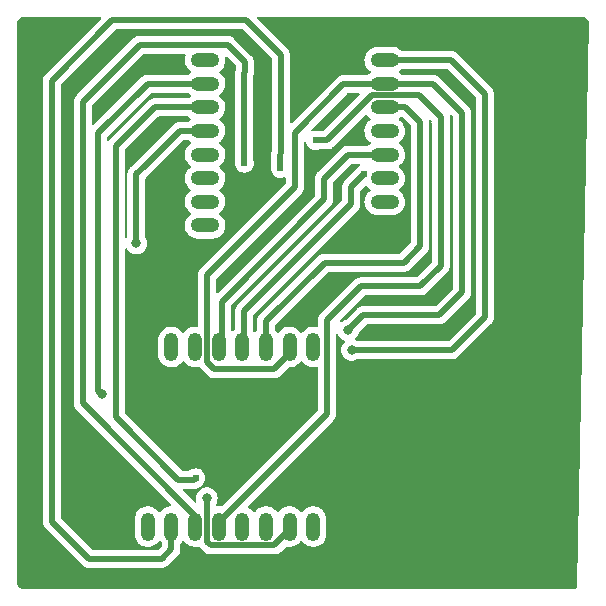
<source format=gbr>
%TF.GenerationSoftware,KiCad,Pcbnew,(6.0.0-0)*%
%TF.CreationDate,2022-07-24T14:36:36-07:00*%
%TF.ProjectId,ESP12_Harness,45535031-325f-4486-9172-6e6573732e6b,rev?*%
%TF.SameCoordinates,Original*%
%TF.FileFunction,Copper,L2,Bot*%
%TF.FilePolarity,Positive*%
%FSLAX46Y46*%
G04 Gerber Fmt 4.6, Leading zero omitted, Abs format (unit mm)*
G04 Created by KiCad (PCBNEW (6.0.0-0)) date 2022-07-24 14:36:36*
%MOMM*%
%LPD*%
G01*
G04 APERTURE LIST*
%TA.AperFunction,ComponentPad*%
%ADD10O,2.416000X1.208000*%
%TD*%
%TA.AperFunction,ComponentPad*%
%ADD11O,1.208000X2.416000*%
%TD*%
%TA.AperFunction,ViaPad*%
%ADD12C,0.800000*%
%TD*%
%TA.AperFunction,ViaPad*%
%ADD13C,0.609600*%
%TD*%
%TA.AperFunction,Conductor*%
%ADD14C,0.508000*%
%TD*%
G04 APERTURE END LIST*
D10*
%TO.P,POGO-ESP-12,VCC,VCC*%
%TO.N,Net-(POGO-ESP-12-PadVCC)*%
X-33296700Y-18453100D03*
%TO.P,POGO-ESP-12,TX,TX*%
%TO.N,Net-(POGO-ESP-12-PadTX)*%
X-18088700Y-4453100D03*
%TO.P,POGO-ESP-12,RX,RX*%
%TO.N,Net-(POGO-ESP-12-PadRX)*%
X-18088700Y-6453100D03*
%TO.P,POGO-ESP-12,RESET,RESET*%
%TO.N,Net-(POGO-ESP-12-PadRESET)*%
X-33296700Y-4453100D03*
%TO.P,POGO-ESP-12,GPIO16,GPIO16*%
%TO.N,Net-(POGO-ESP-12-PadGPIO16)*%
X-33296700Y-10453100D03*
%TO.P,POGO-ESP-12,GPIO15,GPIO15*%
%TO.N,Net-(POGO-ESP-12-PadGPIO15)*%
X-18088700Y-16453100D03*
%TO.P,POGO-ESP-12,GPIO14,GPIO14*%
%TO.N,Net-(POGO-ESP-12-PadGPIO14)*%
X-33296700Y-12453100D03*
%TO.P,POGO-ESP-12,GPIO13,GPIO13*%
%TO.N,Net-(POGO-ESP-12-PadGPIO13)*%
X-33296700Y-16453100D03*
%TO.P,POGO-ESP-12,GPIO12,GPIO12*%
%TO.N,Net-(POGO-ESP-12-PadGPIO12)*%
X-33296700Y-14453100D03*
%TO.P,POGO-ESP-12,GPIO5,GPIO5*%
%TO.N,Net-(POGO-ESP-12-PadGPIO5)*%
X-18088700Y-10453100D03*
%TO.P,POGO-ESP-12,GPIO4,GPIO4*%
%TO.N,Net-(POGO-ESP-12-PadGPIO4)*%
X-18088700Y-8453100D03*
%TO.P,POGO-ESP-12,GPIO2,GPIO2*%
%TO.N,Net-(POGO-ESP-12-PadGPIO2)*%
X-18088700Y-14453100D03*
%TO.P,POGO-ESP-12,GPIO0,GPIO0*%
%TO.N,Net-(POGO-ESP-12-PadGPIO0)*%
X-18088700Y-12453100D03*
%TO.P,POGO-ESP-12,GND,GND*%
%TO.N,Net-(POGO-ESP-12-PadGND)*%
X-18088700Y-18453100D03*
%TO.P,POGO-ESP-12,CH_PD,CH_PD*%
%TO.N,Net-(POGO-ESP-12-PadCH_PD)*%
X-33296700Y-8453100D03*
%TO.P,POGO-ESP-12,ADC,ADC*%
%TO.N,Net-(POGO-ESP-12-PadADC)*%
X-33296700Y-6453100D03*
%TD*%
D11*
%TO.P,WEMOS-D1,ADC,ADC*%
%TO.N,Net-(POGO-ESP-12-PadADC)*%
X-26145200Y-43946600D03*
%TO.P,WEMOS-D1,CH_PD,CH_PD*%
%TO.N,Net-(POGO-ESP-12-PadCH_PD)*%
X-28145200Y-43946600D03*
%TO.P,WEMOS-D1,GND,GND*%
%TO.N,Net-(POGO-ESP-12-PadGND)*%
X-38145200Y-28738600D03*
%TO.P,WEMOS-D1,GPIO0,GPIO0*%
%TO.N,Net-(POGO-ESP-12-PadGPIO0)*%
X-32145200Y-28738600D03*
%TO.P,WEMOS-D1,GPIO2,GPIO2*%
%TO.N,Net-(POGO-ESP-12-PadGPIO2)*%
X-34145200Y-28738600D03*
%TO.P,WEMOS-D1,GPIO4,GPIO4*%
%TO.N,Net-(POGO-ESP-12-PadGPIO4)*%
X-28145200Y-28738600D03*
%TO.P,WEMOS-D1,GPIO5,GPIO5*%
%TO.N,Net-(POGO-ESP-12-PadGPIO5)*%
X-30145200Y-28738600D03*
%TO.P,WEMOS-D1,GPIO12,GPIO12*%
%TO.N,Net-(POGO-ESP-12-PadGPIO12)*%
X-34145200Y-43946600D03*
%TO.P,WEMOS-D1,GPIO13,GPIO13*%
%TO.N,Net-(POGO-ESP-12-PadGPIO13)*%
X-36145200Y-43946600D03*
%TO.P,WEMOS-D1,GPIO14,GPIO14*%
%TO.N,Net-(POGO-ESP-12-PadGPIO14)*%
X-32145200Y-43946600D03*
%TO.P,WEMOS-D1,GPIO15,GPIO15*%
%TO.N,Net-(POGO-ESP-12-PadGPIO15)*%
X-36145200Y-28738600D03*
%TO.P,WEMOS-D1,GPIO16,GPIO16*%
%TO.N,Net-(POGO-ESP-12-PadGPIO16)*%
X-30145200Y-43946600D03*
%TO.P,WEMOS-D1,RESET,RESET*%
%TO.N,Net-(POGO-ESP-12-PadRESET)*%
X-24145200Y-43946600D03*
%TO.P,WEMOS-D1,RX,RX*%
%TO.N,Net-(POGO-ESP-12-PadRX)*%
X-26145200Y-28738600D03*
%TO.P,WEMOS-D1,TX,TX*%
%TO.N,Net-(POGO-ESP-12-PadTX)*%
X-24145200Y-28738600D03*
%TO.P,WEMOS-D1,VCC,VCC*%
%TO.N,Net-(POGO-ESP-12-PadVCC)*%
X-38145200Y-43946600D03*
%TD*%
D12*
%TO.N,Net-(POGO-ESP-12-PadADC)*%
X-42062400Y-32766000D03*
X-33153400Y-41535400D03*
%TO.N,Net-(POGO-ESP-12-PadGPIO16)*%
X-39116000Y-19964400D03*
%TO.N,Net-(POGO-ESP-12-PadRX)*%
X-21183600Y-27330400D03*
%TO.N,Net-(POGO-ESP-12-PadTX)*%
X-20878800Y-29006800D03*
D13*
%TO.N,Net-(POGO-ESP-12-PadGPIO5)*%
X-19818400Y-14116100D03*
%TO.N,Net-(POGO-ESP-12-PadCH_PD)*%
X-34105900Y-39833600D03*
%TO.N,Net-(POGO-ESP-12-PadGPIO14)*%
X-23945900Y-11258600D03*
%TO.N,Net-(POGO-ESP-12-PadGPIO12)*%
X-29978400Y-13163600D03*
%TO.N,Net-(POGO-ESP-12-PadGPIO13)*%
X-26924000Y-13614400D03*
%TD*%
D14*
%TO.N,Net-(POGO-ESP-12-PadRX)*%
X-26145200Y-29342600D02*
X-26168400Y-29356100D01*
X-26168400Y-29356100D02*
X-27438400Y-30626100D01*
X-27438400Y-30626100D02*
X-32518400Y-30626100D01*
X-25704800Y-10617200D02*
X-21583700Y-6496100D01*
X-32518400Y-30626100D02*
X-33153400Y-29991100D01*
X-33153400Y-22688600D02*
X-25704800Y-15240000D01*
X-21583700Y-6496100D02*
X-18865900Y-6496100D01*
X-33153400Y-29991100D02*
X-33153400Y-22688600D01*
X-18865900Y-6496100D02*
X-18692700Y-6453100D01*
X-25704800Y-15240000D02*
X-25704800Y-10617200D01*
%TO.N,Net-(POGO-ESP-12-PadGPIO0)*%
X-18692700Y-12453100D02*
X-21190700Y-12453100D01*
X-23221950Y-16249650D02*
X-31883400Y-24911100D01*
X-21190700Y-12453100D02*
X-23221950Y-14484350D01*
X-23221950Y-14484350D02*
X-23221950Y-16249650D01*
X-31883400Y-24911100D02*
X-31883400Y-29038600D01*
X-31883400Y-29038600D02*
X-32145200Y-29342600D01*
%TO.N,Net-(POGO-ESP-12-PadGPIO5)*%
X-19818400Y-14116100D02*
X-20929600Y-15227300D01*
X-20929600Y-15227300D02*
X-20929600Y-16662400D01*
X-29978400Y-29038600D02*
X-30145200Y-29342600D01*
X-20929600Y-16662400D02*
X-29978400Y-25711200D01*
X-29978400Y-25711200D02*
X-29978400Y-29038600D01*
%TO.N,Net-(POGO-ESP-12-PadGPIO4)*%
X-28145200Y-29342600D02*
X-28145200Y-26570400D01*
X-28145200Y-26570400D02*
X-23177500Y-21602700D01*
X-23177500Y-21602700D02*
X-16471900Y-21602700D01*
X-16471900Y-21602700D02*
X-15087600Y-20218400D01*
X-15087600Y-20218400D02*
X-15087600Y-9702800D01*
X-15087600Y-9702800D02*
X-16337300Y-8453100D01*
X-16337300Y-8453100D02*
X-18692700Y-8453100D01*
%TO.N,Net-(POGO-ESP-12-PadGPIO14)*%
X-23945900Y-11258600D02*
X-22993400Y-11258600D01*
X-22993400Y-26498600D02*
X-22993400Y-34436100D01*
X-22993400Y-11258600D02*
X-19183400Y-7448600D01*
X-19183400Y-7448600D02*
X-15157400Y-7448600D01*
X-15157400Y-7448600D02*
X-13360400Y-9245600D01*
X-13360400Y-21894800D02*
X-15087600Y-23622000D01*
X-13360400Y-9245600D02*
X-13360400Y-21894800D01*
X-22993400Y-34436100D02*
X-31883400Y-43326100D01*
X-15087600Y-23622000D02*
X-20116800Y-23622000D01*
X-20116800Y-23622000D02*
X-22993400Y-26498600D01*
X-31883400Y-43326100D02*
X-32145200Y-43342600D01*
%TO.N,Net-(POGO-ESP-12-PadGPIO13)*%
X-26924000Y-13614400D02*
X-26873200Y-11328400D01*
X-26873200Y-11328400D02*
X-26873200Y-4013200D01*
X-26873200Y-4013200D02*
X-29819600Y-1066800D01*
X-29819600Y-1066800D02*
X-41148000Y-1066800D01*
X-41148000Y-1066800D02*
X-46278800Y-6197600D01*
X-46278800Y-6197600D02*
X-46278800Y-43535600D01*
X-46278800Y-43535600D02*
X-43129200Y-46685200D01*
X-43129200Y-46685200D02*
X-36982400Y-46685200D01*
X-36982400Y-46685200D02*
X-36145200Y-45848000D01*
X-36145200Y-45848000D02*
X-36145200Y-43342600D01*
%TO.N,Net-(POGO-ESP-12-PadADC)*%
X-38152300Y-6453100D02*
X-42367200Y-10668000D01*
X-32692700Y-6453100D02*
X-38152300Y-6453100D01*
X-42367200Y-10668000D02*
X-42367200Y-32461200D01*
X-42367200Y-32461200D02*
X-42062400Y-32766000D01*
X-33153400Y-45231100D02*
X-33153400Y-41535400D01*
%TO.N,Net-(POGO-ESP-12-PadGPIO16)*%
X-39116000Y-14122400D02*
X-39116000Y-19964400D01*
X-38404800Y-13411200D02*
X-39116000Y-14122400D01*
X-32692700Y-10453100D02*
X-35446700Y-10453100D01*
X-35446700Y-10453100D02*
X-38404800Y-13411200D01*
%TO.N,Net-(POGO-ESP-12-PadGPIO12)*%
X-29978400Y-13163600D02*
X-29978400Y-5543600D01*
X-43637200Y-7975600D02*
X-43637200Y-33528000D01*
X-29978400Y-5543600D02*
X-29921200Y-5486400D01*
X-29921200Y-5486400D02*
X-29921200Y-4622800D01*
X-29921200Y-4622800D02*
X-31394400Y-3149600D01*
X-31394400Y-3149600D02*
X-38811200Y-3149600D01*
X-38811200Y-3149600D02*
X-43637200Y-7975600D01*
X-43637200Y-33528000D02*
X-34145200Y-43020000D01*
X-34145200Y-43020000D02*
X-34145200Y-43342600D01*
%TO.N,Net-(POGO-ESP-12-PadCH_PD)*%
X-40843200Y-11734800D02*
X-40843200Y-34696400D01*
X-32692700Y-8453100D02*
X-37561500Y-8453100D01*
X-40843200Y-34696400D02*
X-35560000Y-39979600D01*
X-34251900Y-39979600D02*
X-34105900Y-39833600D01*
X-37561500Y-8453100D02*
X-40843200Y-11734800D01*
X-35560000Y-39979600D02*
X-34251900Y-39979600D01*
%TO.N,Net-(POGO-ESP-12-PadRX)*%
X-13462000Y-26060400D02*
X-13868400Y-26060400D01*
X-13868400Y-26060400D02*
X-19913600Y-26060400D01*
X-19913600Y-26060400D02*
X-21183600Y-27330400D01*
X-11531600Y-8940800D02*
X-11531600Y-24130000D01*
X-18692700Y-6453100D02*
X-14019300Y-6453100D01*
X-14019300Y-6453100D02*
X-12649200Y-7823200D01*
X-11531600Y-24130000D02*
X-13462000Y-26060400D01*
X-12649200Y-7823200D02*
X-11531600Y-8940800D01*
%TO.N,Net-(POGO-ESP-12-PadTX)*%
X-9601200Y-7315200D02*
X-9601200Y-26212800D01*
X-18692700Y-4453100D02*
X-12463300Y-4453100D01*
X-10972800Y-5943600D02*
X-9601200Y-7315200D01*
X-9601200Y-26212800D02*
X-12395200Y-29006800D01*
X-13309600Y-29006800D02*
X-20878800Y-29006800D01*
X-12463300Y-4453100D02*
X-10972800Y-5943600D01*
X-12395200Y-29006800D02*
X-13309600Y-29006800D01*
%TO.N,Net-(POGO-ESP-12-PadADC)*%
X-26168400Y-43643600D02*
X-26145200Y-43342600D01*
X-26168400Y-43643600D02*
X-26168400Y-44278600D01*
X-26168400Y-44278600D02*
X-27438400Y-45548600D01*
X-27438400Y-45548600D02*
X-32835900Y-45548600D01*
X-32835900Y-45548600D02*
X-33153400Y-45231100D01*
%TD*%
%TA.AperFunction,Conductor*%
%TO.N,Net-(POGO-ESP-12-PadGND)*%
G36*
X-30117977Y-1848513D02*
G01*
X-30105973Y-1858765D01*
X-27665165Y-4299573D01*
X-27636939Y-4354971D01*
X-27635700Y-4370708D01*
X-27635700Y-11318816D01*
X-27635725Y-11321051D01*
X-27679370Y-13285113D01*
X-27679631Y-13296845D01*
X-27685672Y-13329013D01*
X-27719498Y-13421949D01*
X-27720202Y-13427524D01*
X-27720203Y-13427527D01*
X-27737619Y-13565399D01*
X-27742366Y-13602973D01*
X-27724561Y-13784564D01*
X-27666967Y-13957699D01*
X-27572446Y-14113771D01*
X-27445697Y-14245023D01*
X-27440994Y-14248101D01*
X-27440991Y-14248103D01*
X-27297729Y-14341851D01*
X-27293019Y-14344933D01*
X-27122000Y-14408535D01*
X-27116422Y-14409279D01*
X-27116419Y-14409280D01*
X-26946718Y-14431923D01*
X-26946716Y-14431923D01*
X-26941140Y-14432667D01*
X-26823398Y-14421951D01*
X-26765031Y-14416639D01*
X-26765030Y-14416639D01*
X-26759429Y-14416129D01*
X-26677356Y-14389462D01*
X-26598987Y-14363999D01*
X-26536812Y-14363999D01*
X-26486513Y-14400544D01*
X-26467300Y-14459675D01*
X-26467300Y-14882493D01*
X-26486513Y-14941624D01*
X-26496765Y-14953628D01*
X-33646292Y-22103154D01*
X-33657791Y-22113036D01*
X-33676964Y-22127146D01*
X-33694683Y-22148003D01*
X-33712045Y-22168439D01*
X-33717578Y-22174440D01*
X-33724053Y-22180915D01*
X-33725871Y-22183212D01*
X-33725872Y-22183214D01*
X-33742065Y-22203681D01*
X-33744292Y-22206397D01*
X-33792084Y-22262651D01*
X-33794745Y-22267863D01*
X-33797985Y-22272720D01*
X-33798092Y-22272649D01*
X-33799971Y-22275575D01*
X-33799862Y-22275642D01*
X-33802936Y-22280619D01*
X-33806560Y-22285200D01*
X-33809034Y-22290493D01*
X-33809035Y-22290495D01*
X-33837820Y-22352085D01*
X-33839362Y-22355240D01*
X-33869857Y-22414961D01*
X-33872943Y-22421004D01*
X-33874332Y-22426680D01*
X-33876370Y-22432160D01*
X-33876490Y-22432115D01*
X-33877646Y-22435399D01*
X-33877524Y-22435440D01*
X-33879366Y-22440977D01*
X-33881844Y-22446279D01*
X-33883035Y-22452007D01*
X-33883036Y-22452009D01*
X-33896882Y-22518580D01*
X-33897648Y-22521969D01*
X-33915204Y-22593712D01*
X-33915900Y-22604930D01*
X-33916137Y-22604915D01*
X-33916592Y-22608789D01*
X-33916342Y-22608811D01*
X-33916862Y-22614633D01*
X-33918052Y-22620356D01*
X-33917894Y-22626199D01*
X-33917894Y-22626201D01*
X-33915937Y-22698510D01*
X-33915900Y-22701231D01*
X-33915900Y-26927467D01*
X-33935113Y-26986598D01*
X-33985413Y-27023143D01*
X-34030936Y-27027026D01*
X-34085868Y-27019061D01*
X-34085869Y-27019061D01*
X-34090607Y-27018374D01*
X-34213614Y-27024067D01*
X-34297877Y-27027967D01*
X-34297881Y-27027968D01*
X-34302666Y-27028189D01*
X-34307318Y-27029310D01*
X-34307324Y-27029311D01*
X-34426717Y-27058086D01*
X-34509042Y-27077926D01*
X-34702290Y-27165791D01*
X-34875437Y-27288613D01*
X-35022235Y-27441960D01*
X-35024830Y-27445979D01*
X-35024832Y-27445982D01*
X-35059580Y-27499797D01*
X-35107796Y-27539051D01*
X-35169876Y-27542467D01*
X-35223204Y-27507370D01*
X-35332936Y-27367674D01*
X-35332939Y-27367671D01*
X-35335894Y-27363909D01*
X-35339511Y-27360770D01*
X-35492611Y-27227917D01*
X-35492614Y-27227915D01*
X-35496230Y-27224777D01*
X-35500373Y-27222380D01*
X-35500376Y-27222378D01*
X-35675835Y-27120872D01*
X-35675839Y-27120870D01*
X-35679981Y-27118474D01*
X-35880519Y-27048836D01*
X-36035651Y-27026342D01*
X-36085868Y-27019061D01*
X-36085869Y-27019061D01*
X-36090607Y-27018374D01*
X-36213614Y-27024067D01*
X-36297877Y-27027967D01*
X-36297881Y-27027968D01*
X-36302666Y-27028189D01*
X-36307318Y-27029310D01*
X-36307324Y-27029311D01*
X-36426717Y-27058086D01*
X-36509042Y-27077926D01*
X-36702290Y-27165791D01*
X-36875437Y-27288613D01*
X-37022235Y-27441960D01*
X-37137387Y-27620299D01*
X-37139176Y-27624738D01*
X-37139177Y-27624740D01*
X-37214951Y-27812759D01*
X-37216739Y-27817196D01*
X-37217656Y-27821893D01*
X-37253598Y-28005945D01*
X-37257426Y-28025545D01*
X-37257700Y-28031147D01*
X-37257700Y-29395636D01*
X-37242598Y-29553926D01*
X-37182839Y-29757626D01*
X-37180649Y-29761879D01*
X-37180647Y-29761883D01*
X-37087835Y-29942088D01*
X-37085639Y-29946351D01*
X-37082676Y-29950123D01*
X-36957464Y-30109526D01*
X-36957461Y-30109529D01*
X-36954506Y-30113291D01*
X-36794170Y-30252423D01*
X-36790027Y-30254820D01*
X-36790024Y-30254822D01*
X-36614565Y-30356328D01*
X-36614561Y-30356330D01*
X-36610419Y-30358726D01*
X-36409881Y-30428364D01*
X-36275222Y-30447889D01*
X-36204532Y-30458139D01*
X-36204531Y-30458139D01*
X-36199793Y-30458826D01*
X-36076786Y-30453133D01*
X-35992523Y-30449233D01*
X-35992519Y-30449232D01*
X-35987734Y-30449011D01*
X-35983082Y-30447890D01*
X-35983076Y-30447889D01*
X-35863683Y-30419114D01*
X-35781358Y-30399274D01*
X-35588110Y-30311409D01*
X-35414963Y-30188587D01*
X-35268165Y-30035240D01*
X-35230820Y-29977403D01*
X-35182604Y-29938149D01*
X-35120524Y-29934733D01*
X-35067196Y-29969830D01*
X-34957464Y-30109526D01*
X-34957461Y-30109529D01*
X-34954506Y-30113291D01*
X-34794170Y-30252423D01*
X-34790027Y-30254820D01*
X-34790024Y-30254822D01*
X-34614565Y-30356328D01*
X-34614561Y-30356330D01*
X-34610419Y-30358726D01*
X-34409881Y-30428364D01*
X-34275222Y-30447889D01*
X-34204532Y-30458139D01*
X-34204531Y-30458139D01*
X-34199793Y-30458826D01*
X-34076786Y-30453133D01*
X-33992523Y-30449233D01*
X-33992519Y-30449232D01*
X-33987734Y-30449011D01*
X-33983082Y-30447890D01*
X-33983076Y-30447889D01*
X-33866706Y-30419843D01*
X-33804719Y-30424667D01*
X-33762112Y-30458015D01*
X-33761499Y-30458848D01*
X-33759173Y-30462681D01*
X-33751733Y-30471105D01*
X-33751858Y-30471215D01*
X-33749451Y-30474291D01*
X-33749299Y-30474164D01*
X-33745550Y-30478649D01*
X-33742346Y-30483535D01*
X-33738107Y-30487551D01*
X-33738105Y-30487553D01*
X-33685586Y-30537304D01*
X-33683636Y-30539202D01*
X-33103846Y-31118992D01*
X-33093964Y-31130491D01*
X-33079854Y-31149664D01*
X-33070867Y-31157299D01*
X-33038561Y-31184745D01*
X-33032560Y-31190278D01*
X-33026085Y-31196753D01*
X-33023788Y-31198571D01*
X-33023786Y-31198572D01*
X-33003319Y-31214765D01*
X-33000603Y-31216992D01*
X-32944349Y-31264784D01*
X-32939137Y-31267445D01*
X-32934280Y-31270685D01*
X-32934351Y-31270792D01*
X-32931425Y-31272671D01*
X-32931358Y-31272562D01*
X-32926381Y-31275636D01*
X-32921800Y-31279260D01*
X-32916507Y-31281734D01*
X-32916505Y-31281735D01*
X-32854931Y-31310513D01*
X-32851777Y-31312054D01*
X-32785996Y-31345643D01*
X-32780322Y-31347031D01*
X-32774840Y-31349070D01*
X-32774885Y-31349190D01*
X-32771603Y-31350345D01*
X-32771562Y-31350223D01*
X-32766021Y-31352066D01*
X-32760720Y-31354544D01*
X-32688401Y-31369587D01*
X-32685024Y-31370350D01*
X-32613288Y-31387904D01*
X-32608817Y-31388181D01*
X-32608813Y-31388182D01*
X-32602070Y-31388600D01*
X-32602085Y-31388843D01*
X-32598211Y-31389296D01*
X-32598188Y-31389042D01*
X-32592366Y-31389562D01*
X-32586643Y-31390752D01*
X-32580800Y-31390594D01*
X-32580798Y-31390594D01*
X-32508490Y-31388637D01*
X-32505769Y-31388600D01*
X-27503854Y-31388600D01*
X-27488725Y-31389744D01*
X-27465192Y-31393324D01*
X-27420399Y-31389681D01*
X-27411184Y-31388931D01*
X-27403028Y-31388600D01*
X-27393875Y-31388600D01*
X-27378760Y-31386838D01*
X-27365075Y-31385243D01*
X-27361584Y-31384897D01*
X-27341453Y-31383259D01*
X-27287974Y-31378909D01*
X-27282415Y-31377108D01*
X-27276684Y-31375963D01*
X-27276659Y-31376088D01*
X-27273256Y-31375346D01*
X-27273285Y-31375222D01*
X-27267597Y-31373878D01*
X-27261793Y-31373201D01*
X-27213675Y-31355735D01*
X-27192402Y-31348013D01*
X-27189080Y-31346872D01*
X-27177088Y-31342987D01*
X-27118825Y-31324113D01*
X-27113824Y-31321078D01*
X-27108516Y-31318648D01*
X-27108463Y-31318764D01*
X-27105319Y-31317257D01*
X-27105376Y-31317144D01*
X-27100149Y-31314527D01*
X-27094659Y-31312534D01*
X-27089775Y-31309332D01*
X-27089771Y-31309330D01*
X-27032909Y-31272050D01*
X-27029961Y-31270189D01*
X-26998717Y-31251229D01*
X-26970648Y-31234197D01*
X-26970644Y-31234194D01*
X-26966819Y-31231873D01*
X-26958395Y-31224433D01*
X-26958285Y-31224558D01*
X-26955209Y-31222151D01*
X-26955336Y-31221999D01*
X-26950851Y-31218250D01*
X-26945965Y-31215046D01*
X-26917260Y-31184745D01*
X-26892196Y-31158286D01*
X-26890298Y-31156336D01*
X-26220003Y-30486041D01*
X-26164605Y-30457815D01*
X-26153523Y-30456684D01*
X-26093223Y-30453893D01*
X-25992523Y-30449233D01*
X-25992519Y-30449232D01*
X-25987734Y-30449011D01*
X-25983082Y-30447890D01*
X-25983076Y-30447889D01*
X-25863683Y-30419114D01*
X-25781358Y-30399274D01*
X-25588110Y-30311409D01*
X-25414963Y-30188587D01*
X-25268165Y-30035240D01*
X-25230820Y-29977403D01*
X-25182604Y-29938149D01*
X-25120524Y-29934733D01*
X-25067196Y-29969830D01*
X-24957464Y-30109526D01*
X-24957461Y-30109529D01*
X-24954506Y-30113291D01*
X-24794170Y-30252423D01*
X-24790027Y-30254820D01*
X-24790024Y-30254822D01*
X-24614565Y-30356328D01*
X-24614561Y-30356330D01*
X-24610419Y-30358726D01*
X-24409881Y-30428364D01*
X-24275222Y-30447889D01*
X-24204532Y-30458139D01*
X-24204531Y-30458139D01*
X-24199793Y-30458826D01*
X-24076786Y-30453133D01*
X-23992523Y-30449233D01*
X-23992519Y-30449232D01*
X-23987734Y-30449011D01*
X-23983082Y-30447890D01*
X-23983076Y-30447889D01*
X-23880070Y-30423064D01*
X-23818083Y-30427888D01*
X-23770770Y-30468226D01*
X-23755900Y-30520864D01*
X-23755900Y-34078592D01*
X-23775113Y-34137723D01*
X-23785365Y-34149727D01*
X-31855299Y-42219661D01*
X-31910697Y-42247887D01*
X-31940869Y-42248085D01*
X-32085867Y-42227061D01*
X-32085870Y-42227061D01*
X-32090607Y-42226374D01*
X-32201881Y-42231524D01*
X-32285649Y-42235401D01*
X-32345605Y-42218943D01*
X-32384437Y-42170386D01*
X-32390900Y-42134909D01*
X-32390900Y-42058665D01*
X-32377422Y-42008365D01*
X-32329004Y-41924504D01*
X-32318873Y-41906956D01*
X-32259858Y-41725328D01*
X-32239896Y-41535400D01*
X-32259858Y-41345472D01*
X-32318873Y-41163844D01*
X-32414360Y-40998456D01*
X-32542147Y-40856534D01*
X-32696648Y-40744282D01*
X-32871112Y-40666606D01*
X-32876262Y-40665511D01*
X-32876263Y-40665511D01*
X-33052759Y-40627995D01*
X-33052764Y-40627994D01*
X-33057913Y-40626900D01*
X-33248887Y-40626900D01*
X-33254036Y-40627994D01*
X-33254041Y-40627995D01*
X-33430537Y-40665511D01*
X-33430538Y-40665511D01*
X-33435688Y-40666606D01*
X-33610152Y-40744282D01*
X-33764653Y-40856534D01*
X-33892440Y-40998456D01*
X-33987927Y-41163844D01*
X-34046942Y-41345472D01*
X-34066904Y-41535400D01*
X-34046942Y-41725328D01*
X-34025013Y-41792818D01*
X-34025013Y-41854990D01*
X-34061557Y-41905291D01*
X-34120688Y-41924504D01*
X-34179820Y-41905292D01*
X-34191824Y-41895039D01*
X-35173028Y-40913835D01*
X-35201254Y-40858437D01*
X-35191528Y-40797029D01*
X-35147564Y-40753065D01*
X-35101893Y-40742100D01*
X-34317354Y-40742100D01*
X-34302225Y-40743244D01*
X-34278692Y-40746824D01*
X-34224685Y-40742431D01*
X-34216528Y-40742100D01*
X-34207375Y-40742100D01*
X-34193585Y-40740492D01*
X-34178575Y-40738743D01*
X-34175084Y-40738397D01*
X-34154953Y-40736759D01*
X-34101474Y-40732409D01*
X-34095915Y-40730608D01*
X-34090184Y-40729463D01*
X-34090159Y-40729588D01*
X-34086756Y-40728846D01*
X-34086785Y-40728722D01*
X-34081097Y-40727378D01*
X-34075293Y-40726701D01*
X-34005902Y-40701513D01*
X-34002580Y-40700372D01*
X-33993537Y-40697442D01*
X-33932325Y-40677613D01*
X-33927324Y-40674578D01*
X-33922016Y-40672148D01*
X-33921963Y-40672264D01*
X-33918819Y-40670757D01*
X-33918876Y-40670644D01*
X-33913649Y-40668027D01*
X-33908159Y-40666034D01*
X-33903275Y-40662832D01*
X-33903271Y-40662830D01*
X-33846409Y-40625550D01*
X-33843461Y-40623689D01*
X-33780319Y-40585373D01*
X-33780196Y-40585576D01*
X-33770230Y-40579736D01*
X-33767796Y-40578945D01*
X-33611068Y-40485517D01*
X-33478934Y-40359687D01*
X-33377961Y-40207710D01*
X-33313167Y-40037139D01*
X-33287773Y-39856452D01*
X-33287454Y-39833600D01*
X-33307793Y-39652275D01*
X-33367799Y-39479961D01*
X-33464489Y-39325224D01*
X-33571861Y-39217100D01*
X-33589097Y-39199743D01*
X-33589101Y-39199740D01*
X-33593059Y-39195754D01*
X-33747117Y-39097986D01*
X-33766075Y-39091235D01*
X-33913705Y-39038666D01*
X-33919007Y-39036778D01*
X-33924595Y-39036112D01*
X-33924598Y-39036111D01*
X-34009596Y-39025976D01*
X-34100186Y-39015174D01*
X-34105781Y-39015762D01*
X-34105784Y-39015762D01*
X-34276058Y-39033658D01*
X-34276061Y-39033659D01*
X-34281649Y-39034246D01*
X-34286966Y-39036056D01*
X-34286970Y-39036057D01*
X-34449052Y-39091235D01*
X-34449054Y-39091236D01*
X-34454377Y-39093048D01*
X-34609786Y-39188656D01*
X-34613806Y-39192592D01*
X-34617878Y-39195774D01*
X-34679814Y-39217100D01*
X-35202493Y-39217100D01*
X-35261624Y-39197887D01*
X-35273628Y-39187635D01*
X-40051235Y-34410027D01*
X-40079461Y-34354629D01*
X-40080700Y-34338892D01*
X-40080700Y-20485934D01*
X-40061487Y-20426803D01*
X-40011187Y-20390258D01*
X-39949013Y-20390258D01*
X-39898713Y-20426803D01*
X-39892978Y-20435634D01*
X-39870342Y-20474840D01*
X-39855040Y-20501344D01*
X-39727253Y-20643266D01*
X-39572752Y-20755518D01*
X-39398288Y-20833194D01*
X-39393138Y-20834289D01*
X-39393137Y-20834289D01*
X-39216641Y-20871805D01*
X-39216636Y-20871806D01*
X-39211487Y-20872900D01*
X-39020513Y-20872900D01*
X-39015364Y-20871806D01*
X-39015359Y-20871805D01*
X-38838863Y-20834289D01*
X-38838862Y-20834289D01*
X-38833712Y-20833194D01*
X-38659248Y-20755518D01*
X-38504747Y-20643266D01*
X-38376960Y-20501344D01*
X-38281473Y-20335956D01*
X-38222458Y-20154328D01*
X-38202496Y-19964400D01*
X-38222458Y-19774472D01*
X-38281473Y-19592844D01*
X-38340022Y-19491434D01*
X-38353500Y-19441135D01*
X-38353500Y-14479908D01*
X-38334287Y-14420777D01*
X-38324035Y-14408773D01*
X-35160327Y-11245065D01*
X-35104929Y-11216839D01*
X-35089192Y-11215600D01*
X-34753375Y-11215600D01*
X-34694244Y-11234813D01*
X-34683809Y-11243530D01*
X-34680003Y-11247173D01*
X-34593340Y-11330135D01*
X-34589318Y-11332732D01*
X-34535503Y-11367480D01*
X-34496249Y-11415696D01*
X-34492833Y-11477776D01*
X-34527930Y-11531104D01*
X-34667626Y-11640836D01*
X-34667629Y-11640839D01*
X-34671391Y-11643794D01*
X-34674528Y-11647409D01*
X-34674530Y-11647411D01*
X-34798087Y-11789799D01*
X-34810523Y-11804130D01*
X-34812920Y-11808273D01*
X-34812922Y-11808276D01*
X-34914428Y-11983735D01*
X-34914430Y-11983739D01*
X-34916826Y-11987881D01*
X-34986464Y-12188419D01*
X-35016926Y-12398507D01*
X-35007111Y-12610566D01*
X-35005990Y-12615218D01*
X-35005989Y-12615224D01*
X-34982413Y-12713047D01*
X-34957374Y-12816942D01*
X-34869509Y-13010190D01*
X-34746687Y-13183337D01*
X-34593340Y-13330135D01*
X-34589318Y-13332732D01*
X-34535503Y-13367480D01*
X-34496249Y-13415696D01*
X-34492833Y-13477776D01*
X-34527930Y-13531104D01*
X-34667626Y-13640836D01*
X-34667629Y-13640839D01*
X-34671391Y-13643794D01*
X-34674528Y-13647409D01*
X-34674530Y-13647411D01*
X-34804601Y-13797306D01*
X-34810523Y-13804130D01*
X-34812920Y-13808273D01*
X-34812922Y-13808276D01*
X-34914428Y-13983735D01*
X-34914430Y-13983739D01*
X-34916826Y-13987881D01*
X-34986464Y-14188419D01*
X-35008711Y-14341851D01*
X-35011922Y-14363999D01*
X-35016926Y-14398507D01*
X-35007111Y-14610566D01*
X-35005990Y-14615218D01*
X-35005989Y-14615224D01*
X-34981328Y-14717548D01*
X-34957374Y-14816942D01*
X-34869509Y-15010190D01*
X-34746687Y-15183337D01*
X-34593340Y-15330135D01*
X-34589318Y-15332732D01*
X-34535503Y-15367480D01*
X-34496249Y-15415696D01*
X-34492833Y-15477776D01*
X-34527930Y-15531104D01*
X-34667626Y-15640836D01*
X-34667629Y-15640839D01*
X-34671391Y-15643794D01*
X-34674528Y-15647409D01*
X-34674530Y-15647411D01*
X-34769669Y-15757050D01*
X-34810523Y-15804130D01*
X-34812920Y-15808273D01*
X-34812922Y-15808276D01*
X-34914428Y-15983735D01*
X-34914430Y-15983739D01*
X-34916826Y-15987881D01*
X-34986464Y-16188419D01*
X-35006911Y-16329439D01*
X-35013666Y-16376027D01*
X-35016926Y-16398507D01*
X-35011872Y-16507693D01*
X-35008240Y-16586165D01*
X-35007111Y-16610566D01*
X-35005990Y-16615218D01*
X-35005989Y-16615224D01*
X-34982413Y-16713047D01*
X-34957374Y-16816942D01*
X-34869509Y-17010190D01*
X-34746687Y-17183337D01*
X-34593340Y-17330135D01*
X-34589318Y-17332732D01*
X-34535503Y-17367480D01*
X-34496249Y-17415696D01*
X-34492833Y-17477776D01*
X-34527930Y-17531104D01*
X-34667626Y-17640836D01*
X-34667629Y-17640839D01*
X-34671391Y-17643794D01*
X-34674528Y-17647409D01*
X-34674530Y-17647411D01*
X-34740003Y-17722863D01*
X-34810523Y-17804130D01*
X-34812920Y-17808273D01*
X-34812922Y-17808276D01*
X-34914428Y-17983735D01*
X-34914430Y-17983739D01*
X-34916826Y-17987881D01*
X-34986464Y-18188419D01*
X-35016926Y-18398507D01*
X-35007111Y-18610566D01*
X-35005990Y-18615218D01*
X-35005989Y-18615224D01*
X-34982413Y-18713047D01*
X-34957374Y-18816942D01*
X-34869509Y-19010190D01*
X-34746687Y-19183337D01*
X-34593340Y-19330135D01*
X-34415001Y-19445287D01*
X-34410562Y-19447076D01*
X-34410560Y-19447077D01*
X-34253979Y-19510181D01*
X-34218104Y-19524639D01*
X-34110599Y-19545633D01*
X-34013310Y-19564632D01*
X-34013307Y-19564632D01*
X-34009755Y-19565326D01*
X-34006141Y-19565503D01*
X-34006139Y-19565503D01*
X-34005854Y-19565517D01*
X-34004153Y-19565600D01*
X-32639664Y-19565600D01*
X-32637288Y-19565373D01*
X-32637281Y-19565373D01*
X-32568403Y-19558801D01*
X-32481374Y-19550498D01*
X-32476788Y-19549153D01*
X-32476785Y-19549152D01*
X-32403553Y-19527668D01*
X-32277674Y-19490739D01*
X-32273421Y-19488549D01*
X-32273417Y-19488547D01*
X-32093212Y-19395735D01*
X-32093209Y-19395733D01*
X-32088949Y-19393539D01*
X-32004017Y-19326824D01*
X-31925774Y-19265364D01*
X-31925771Y-19265361D01*
X-31922009Y-19262406D01*
X-31918870Y-19258789D01*
X-31786017Y-19105689D01*
X-31786015Y-19105686D01*
X-31782877Y-19102070D01*
X-31731982Y-19014095D01*
X-31678972Y-18922465D01*
X-31678970Y-18922461D01*
X-31676574Y-18918319D01*
X-31606936Y-18717781D01*
X-31576474Y-18507693D01*
X-31586289Y-18295634D01*
X-31587410Y-18290982D01*
X-31587411Y-18290976D01*
X-31634905Y-18093911D01*
X-31636026Y-18089258D01*
X-31723891Y-17896010D01*
X-31846713Y-17722863D01*
X-32000060Y-17576065D01*
X-32057897Y-17538720D01*
X-32097151Y-17490504D01*
X-32100567Y-17428424D01*
X-32065470Y-17375096D01*
X-31925774Y-17265364D01*
X-31925771Y-17265361D01*
X-31922009Y-17262406D01*
X-31918870Y-17258789D01*
X-31786017Y-17105689D01*
X-31786015Y-17105686D01*
X-31782877Y-17102070D01*
X-31780478Y-17097924D01*
X-31678972Y-16922465D01*
X-31678970Y-16922461D01*
X-31676574Y-16918319D01*
X-31606936Y-16717781D01*
X-31576474Y-16507693D01*
X-31583932Y-16346562D01*
X-31586067Y-16300423D01*
X-31586068Y-16300419D01*
X-31586289Y-16295634D01*
X-31587410Y-16290982D01*
X-31587411Y-16290976D01*
X-31634905Y-16093911D01*
X-31636026Y-16089258D01*
X-31723891Y-15896010D01*
X-31846713Y-15722863D01*
X-32000060Y-15576065D01*
X-32057897Y-15538720D01*
X-32097151Y-15490504D01*
X-32100567Y-15428424D01*
X-32065470Y-15375096D01*
X-31925774Y-15265364D01*
X-31925771Y-15265361D01*
X-31922009Y-15262406D01*
X-31900145Y-15237210D01*
X-31786017Y-15105689D01*
X-31786015Y-15105686D01*
X-31782877Y-15102070D01*
X-31771393Y-15082220D01*
X-31678972Y-14922465D01*
X-31678970Y-14922461D01*
X-31676574Y-14918319D01*
X-31606936Y-14717781D01*
X-31576474Y-14507693D01*
X-31585344Y-14316050D01*
X-31586067Y-14300423D01*
X-31586068Y-14300419D01*
X-31586289Y-14295634D01*
X-31587410Y-14290982D01*
X-31587411Y-14290976D01*
X-31616186Y-14171583D01*
X-31636026Y-14089258D01*
X-31723891Y-13896010D01*
X-31846713Y-13722863D01*
X-32000060Y-13576065D01*
X-32057897Y-13538720D01*
X-32097151Y-13490504D01*
X-32100567Y-13428424D01*
X-32065470Y-13375096D01*
X-31925774Y-13265364D01*
X-31925771Y-13265361D01*
X-31922009Y-13262406D01*
X-31858821Y-13189588D01*
X-31786017Y-13105689D01*
X-31786015Y-13105686D01*
X-31782877Y-13102070D01*
X-31731982Y-13014095D01*
X-31678972Y-12922465D01*
X-31678970Y-12922461D01*
X-31676574Y-12918319D01*
X-31606936Y-12717781D01*
X-31576474Y-12507693D01*
X-31586289Y-12295634D01*
X-31587410Y-12290982D01*
X-31587411Y-12290976D01*
X-31634905Y-12093911D01*
X-31636026Y-12089258D01*
X-31723891Y-11896010D01*
X-31846713Y-11722863D01*
X-32000060Y-11576065D01*
X-32004082Y-11573468D01*
X-32057897Y-11538720D01*
X-32097151Y-11490504D01*
X-32100567Y-11428424D01*
X-32065470Y-11375096D01*
X-31925774Y-11265364D01*
X-31925771Y-11265361D01*
X-31922009Y-11262406D01*
X-31912321Y-11251242D01*
X-31786017Y-11105689D01*
X-31786015Y-11105686D01*
X-31782877Y-11102070D01*
X-31780478Y-11097924D01*
X-31678972Y-10922465D01*
X-31678970Y-10922461D01*
X-31676574Y-10918319D01*
X-31606936Y-10717781D01*
X-31576474Y-10507693D01*
X-31583970Y-10345734D01*
X-31586067Y-10300423D01*
X-31586068Y-10300419D01*
X-31586289Y-10295634D01*
X-31587410Y-10290982D01*
X-31587411Y-10290976D01*
X-31634905Y-10093911D01*
X-31636026Y-10089258D01*
X-31723891Y-9896010D01*
X-31846713Y-9722863D01*
X-32000060Y-9576065D01*
X-32057897Y-9538720D01*
X-32097151Y-9490504D01*
X-32100567Y-9428424D01*
X-32065470Y-9375096D01*
X-31925774Y-9265364D01*
X-31925771Y-9265361D01*
X-31922009Y-9262406D01*
X-31918870Y-9258789D01*
X-31786017Y-9105689D01*
X-31786015Y-9105686D01*
X-31782877Y-9102070D01*
X-31780478Y-9097924D01*
X-31678972Y-8922465D01*
X-31678970Y-8922461D01*
X-31676574Y-8918319D01*
X-31606936Y-8717781D01*
X-31576474Y-8507693D01*
X-31582167Y-8384686D01*
X-31586067Y-8300423D01*
X-31586068Y-8300419D01*
X-31586289Y-8295634D01*
X-31587410Y-8290982D01*
X-31587411Y-8290976D01*
X-31634905Y-8093911D01*
X-31636026Y-8089258D01*
X-31723891Y-7896010D01*
X-31846713Y-7722863D01*
X-32000060Y-7576065D01*
X-32006046Y-7572200D01*
X-32057897Y-7538720D01*
X-32097151Y-7490504D01*
X-32100567Y-7428424D01*
X-32065470Y-7375096D01*
X-31925774Y-7265364D01*
X-31925771Y-7265361D01*
X-31922009Y-7262406D01*
X-31918706Y-7258600D01*
X-31786017Y-7105689D01*
X-31786015Y-7105686D01*
X-31782877Y-7102070D01*
X-31780478Y-7097924D01*
X-31678972Y-6922465D01*
X-31678970Y-6922461D01*
X-31676574Y-6918319D01*
X-31606936Y-6717781D01*
X-31576474Y-6507693D01*
X-31586289Y-6295634D01*
X-31587410Y-6290982D01*
X-31587411Y-6290976D01*
X-31624954Y-6135201D01*
X-31636026Y-6089258D01*
X-31723891Y-5896010D01*
X-31846713Y-5722863D01*
X-32000060Y-5576065D01*
X-32033235Y-5554644D01*
X-32057897Y-5538720D01*
X-32097151Y-5490504D01*
X-32100567Y-5428424D01*
X-32065470Y-5375096D01*
X-31925774Y-5265364D01*
X-31925771Y-5265361D01*
X-31922009Y-5262406D01*
X-31898065Y-5234813D01*
X-31786017Y-5105689D01*
X-31786015Y-5105686D01*
X-31782877Y-5102070D01*
X-31731982Y-5014095D01*
X-31678972Y-4922465D01*
X-31678970Y-4922461D01*
X-31676574Y-4918319D01*
X-31606936Y-4717781D01*
X-31576474Y-4507693D01*
X-31586289Y-4295634D01*
X-31587410Y-4290982D01*
X-31587413Y-4290962D01*
X-31576721Y-4229714D01*
X-31532070Y-4186448D01*
X-31470515Y-4177691D01*
X-31416681Y-4205657D01*
X-30713165Y-4909173D01*
X-30684939Y-4964571D01*
X-30683700Y-4980308D01*
X-30683700Y-5223913D01*
X-30693627Y-5265181D01*
X-30693248Y-5265322D01*
X-30694416Y-5268462D01*
X-30694704Y-5269662D01*
X-30697943Y-5276004D01*
X-30699332Y-5281681D01*
X-30701370Y-5287160D01*
X-30701490Y-5287115D01*
X-30702646Y-5290399D01*
X-30702524Y-5290440D01*
X-30704366Y-5295977D01*
X-30706844Y-5301279D01*
X-30708035Y-5307007D01*
X-30708036Y-5307009D01*
X-30721882Y-5373580D01*
X-30722648Y-5376969D01*
X-30740204Y-5448712D01*
X-30740900Y-5459930D01*
X-30741137Y-5459915D01*
X-30741592Y-5463789D01*
X-30741342Y-5463811D01*
X-30741862Y-5469633D01*
X-30743052Y-5475356D01*
X-30742894Y-5481199D01*
X-30742894Y-5481201D01*
X-30740937Y-5553510D01*
X-30740900Y-5556231D01*
X-30740900Y-12862750D01*
X-30746967Y-12897157D01*
X-30773898Y-12971149D01*
X-30774602Y-12976724D01*
X-30774603Y-12976727D01*
X-30779323Y-13014095D01*
X-30796766Y-13152173D01*
X-30778961Y-13333764D01*
X-30721367Y-13506899D01*
X-30626846Y-13662971D01*
X-30500097Y-13794223D01*
X-30495394Y-13797301D01*
X-30495391Y-13797303D01*
X-30352129Y-13891051D01*
X-30347419Y-13894133D01*
X-30176400Y-13957735D01*
X-30170822Y-13958479D01*
X-30170819Y-13958480D01*
X-30001118Y-13981123D01*
X-30001116Y-13981123D01*
X-29995540Y-13981867D01*
X-29904684Y-13973598D01*
X-29819431Y-13965839D01*
X-29819430Y-13965839D01*
X-29813829Y-13965329D01*
X-29640296Y-13908945D01*
X-29483568Y-13815517D01*
X-29382795Y-13719552D01*
X-29355504Y-13693563D01*
X-29355503Y-13693562D01*
X-29351434Y-13689687D01*
X-29330491Y-13658166D01*
X-29290117Y-13597397D01*
X-29250461Y-13537710D01*
X-29185667Y-13367139D01*
X-29178940Y-13319278D01*
X-29160714Y-13189588D01*
X-29160273Y-13186452D01*
X-29159954Y-13163600D01*
X-29180293Y-12982275D01*
X-29210304Y-12896094D01*
X-29215900Y-12863011D01*
X-29215900Y-5806087D01*
X-29205973Y-5764819D01*
X-29206352Y-5764678D01*
X-29205184Y-5761538D01*
X-29204896Y-5760338D01*
X-29201657Y-5753996D01*
X-29200268Y-5748319D01*
X-29198230Y-5742840D01*
X-29198110Y-5742885D01*
X-29196954Y-5739601D01*
X-29197076Y-5739560D01*
X-29195234Y-5734023D01*
X-29192756Y-5728721D01*
X-29191537Y-5722863D01*
X-29183943Y-5686350D01*
X-29177715Y-5656406D01*
X-29176952Y-5653031D01*
X-29159396Y-5581288D01*
X-29158700Y-5570070D01*
X-29158463Y-5570085D01*
X-29158008Y-5566211D01*
X-29158258Y-5566189D01*
X-29157738Y-5560367D01*
X-29156548Y-5554644D01*
X-29158535Y-5481201D01*
X-29158663Y-5476490D01*
X-29158700Y-5473769D01*
X-29158700Y-4688248D01*
X-29157556Y-4673118D01*
X-29154856Y-4655370D01*
X-29153977Y-4649592D01*
X-29158369Y-4595592D01*
X-29158700Y-4587438D01*
X-29158700Y-4578275D01*
X-29162060Y-4549458D01*
X-29162406Y-4545962D01*
X-29165133Y-4512432D01*
X-29168391Y-4472373D01*
X-29170194Y-4466807D01*
X-29171338Y-4461083D01*
X-29171211Y-4461058D01*
X-29171953Y-4457655D01*
X-29172078Y-4457685D01*
X-29173422Y-4451997D01*
X-29174099Y-4446193D01*
X-29176091Y-4440705D01*
X-29176093Y-4440697D01*
X-29199297Y-4376772D01*
X-29200437Y-4373452D01*
X-29221385Y-4308790D01*
X-29221386Y-4308789D01*
X-29223188Y-4303225D01*
X-29226222Y-4298225D01*
X-29228653Y-4292915D01*
X-29228536Y-4292862D01*
X-29230042Y-4289720D01*
X-29230156Y-4289777D01*
X-29232771Y-4284556D01*
X-29234766Y-4279059D01*
X-29237972Y-4274169D01*
X-29237974Y-4274165D01*
X-29275267Y-4217284D01*
X-29277141Y-4214315D01*
X-29315428Y-4151219D01*
X-29322868Y-4142794D01*
X-29322736Y-4142677D01*
X-29325143Y-4139604D01*
X-29325301Y-4139736D01*
X-29329050Y-4135251D01*
X-29332254Y-4130365D01*
X-29336493Y-4126349D01*
X-29336495Y-4126347D01*
X-29389014Y-4076596D01*
X-29390964Y-4074698D01*
X-30808954Y-2656708D01*
X-30818836Y-2645209D01*
X-30832946Y-2626036D01*
X-30874239Y-2590955D01*
X-30880240Y-2585422D01*
X-30886715Y-2578947D01*
X-30889014Y-2577128D01*
X-30909481Y-2560935D01*
X-30912198Y-2558707D01*
X-30920955Y-2551267D01*
X-30968451Y-2510916D01*
X-30973663Y-2508255D01*
X-30978520Y-2505015D01*
X-30978449Y-2504908D01*
X-30981375Y-2503029D01*
X-30981442Y-2503138D01*
X-30986419Y-2500064D01*
X-30991000Y-2496440D01*
X-30996293Y-2493966D01*
X-30996295Y-2493965D01*
X-31057885Y-2465180D01*
X-31061040Y-2463638D01*
X-31121598Y-2432715D01*
X-31121600Y-2432714D01*
X-31126804Y-2430057D01*
X-31132480Y-2428668D01*
X-31137960Y-2426630D01*
X-31137915Y-2426510D01*
X-31141199Y-2425354D01*
X-31141240Y-2425476D01*
X-31146777Y-2423634D01*
X-31152079Y-2421156D01*
X-31157807Y-2419965D01*
X-31157809Y-2419964D01*
X-31186520Y-2413992D01*
X-31224394Y-2406115D01*
X-31227769Y-2405352D01*
X-31281213Y-2392274D01*
X-31295159Y-2388861D01*
X-31295161Y-2388861D01*
X-31299512Y-2387796D01*
X-31303983Y-2387519D01*
X-31303987Y-2387518D01*
X-31310730Y-2387100D01*
X-31310715Y-2386863D01*
X-31314589Y-2386408D01*
X-31314611Y-2386658D01*
X-31320433Y-2386138D01*
X-31326156Y-2384948D01*
X-31331999Y-2385106D01*
X-31332001Y-2385106D01*
X-31404310Y-2387063D01*
X-31407031Y-2387100D01*
X-38745745Y-2387100D01*
X-38760874Y-2385956D01*
X-38784407Y-2382376D01*
X-38828420Y-2385956D01*
X-38838415Y-2386769D01*
X-38846571Y-2387100D01*
X-38855725Y-2387100D01*
X-38881080Y-2390056D01*
X-38884523Y-2390457D01*
X-38888012Y-2390803D01*
X-38961626Y-2396791D01*
X-38967184Y-2398592D01*
X-38972916Y-2399737D01*
X-38972941Y-2399612D01*
X-38976344Y-2400354D01*
X-38976315Y-2400478D01*
X-38982003Y-2401822D01*
X-38987807Y-2402499D01*
X-38993297Y-2404492D01*
X-38993298Y-2404492D01*
X-39057198Y-2427687D01*
X-39060520Y-2428828D01*
X-39130775Y-2451587D01*
X-39135776Y-2454622D01*
X-39141084Y-2457052D01*
X-39141137Y-2456936D01*
X-39144281Y-2458443D01*
X-39144224Y-2458556D01*
X-39149451Y-2461173D01*
X-39154941Y-2463166D01*
X-39159825Y-2466368D01*
X-39159829Y-2466370D01*
X-39216691Y-2503650D01*
X-39219639Y-2505511D01*
X-39225865Y-2509289D01*
X-39278952Y-2541503D01*
X-39278956Y-2541506D01*
X-39282781Y-2543827D01*
X-39291205Y-2551267D01*
X-39291315Y-2551142D01*
X-39294391Y-2553549D01*
X-39294264Y-2553701D01*
X-39298749Y-2557450D01*
X-39303635Y-2560654D01*
X-39307651Y-2564893D01*
X-39307653Y-2564895D01*
X-39357404Y-2617414D01*
X-39359302Y-2619364D01*
X-44130092Y-7390154D01*
X-44141591Y-7400036D01*
X-44160764Y-7414146D01*
X-44164548Y-7418599D01*
X-44164547Y-7418599D01*
X-44195845Y-7455439D01*
X-44201378Y-7461440D01*
X-44207853Y-7467915D01*
X-44209671Y-7470212D01*
X-44209672Y-7470214D01*
X-44225865Y-7490681D01*
X-44228092Y-7493397D01*
X-44275884Y-7549651D01*
X-44278545Y-7554863D01*
X-44281785Y-7559720D01*
X-44281892Y-7559649D01*
X-44283771Y-7562575D01*
X-44283662Y-7562642D01*
X-44286736Y-7567619D01*
X-44290360Y-7572200D01*
X-44292834Y-7577493D01*
X-44292835Y-7577495D01*
X-44321620Y-7639085D01*
X-44323162Y-7642240D01*
X-44346529Y-7688002D01*
X-44356743Y-7708004D01*
X-44358132Y-7713680D01*
X-44360170Y-7719160D01*
X-44360290Y-7719115D01*
X-44361446Y-7722399D01*
X-44361324Y-7722440D01*
X-44363166Y-7727977D01*
X-44365644Y-7733279D01*
X-44366835Y-7739007D01*
X-44366836Y-7739009D01*
X-44380682Y-7805580D01*
X-44381448Y-7808969D01*
X-44399004Y-7880712D01*
X-44399700Y-7891930D01*
X-44399937Y-7891915D01*
X-44400392Y-7895789D01*
X-44400142Y-7895811D01*
X-44400662Y-7901633D01*
X-44401852Y-7907356D01*
X-44401694Y-7913199D01*
X-44401694Y-7913201D01*
X-44399737Y-7985510D01*
X-44399700Y-7988231D01*
X-44399700Y-33462546D01*
X-44400844Y-33477675D01*
X-44404424Y-33501208D01*
X-44403950Y-33507034D01*
X-44400031Y-33555216D01*
X-44399700Y-33563372D01*
X-44399700Y-33572525D01*
X-44399360Y-33575439D01*
X-44396343Y-33601325D01*
X-44395997Y-33604816D01*
X-44390009Y-33678426D01*
X-44388208Y-33683985D01*
X-44387063Y-33689716D01*
X-44387188Y-33689741D01*
X-44386446Y-33693144D01*
X-44386322Y-33693115D01*
X-44384978Y-33698803D01*
X-44384301Y-33704607D01*
X-44382308Y-33710097D01*
X-44382308Y-33710098D01*
X-44359113Y-33773998D01*
X-44357972Y-33777320D01*
X-44335213Y-33847575D01*
X-44332178Y-33852576D01*
X-44329748Y-33857884D01*
X-44329864Y-33857937D01*
X-44328357Y-33861081D01*
X-44328244Y-33861024D01*
X-44325627Y-33866251D01*
X-44323634Y-33871741D01*
X-44320432Y-33876625D01*
X-44320430Y-33876629D01*
X-44283150Y-33933491D01*
X-44281289Y-33936439D01*
X-44242973Y-33999581D01*
X-44240007Y-34002939D01*
X-44235533Y-34008005D01*
X-44235658Y-34008115D01*
X-44233251Y-34011191D01*
X-44233099Y-34011064D01*
X-44229350Y-34015549D01*
X-44226146Y-34020435D01*
X-44221907Y-34024451D01*
X-44221905Y-34024453D01*
X-44169386Y-34074204D01*
X-44167436Y-34076102D01*
X-36181507Y-42062031D01*
X-36153281Y-42117429D01*
X-36163007Y-42178837D01*
X-36206971Y-42222801D01*
X-36247990Y-42233658D01*
X-36297877Y-42235967D01*
X-36297881Y-42235968D01*
X-36302666Y-42236189D01*
X-36307318Y-42237310D01*
X-36307324Y-42237311D01*
X-36426717Y-42266086D01*
X-36509042Y-42285926D01*
X-36702290Y-42373791D01*
X-36875437Y-42496613D01*
X-37022235Y-42649960D01*
X-37024832Y-42653982D01*
X-37059580Y-42707797D01*
X-37107796Y-42747051D01*
X-37169876Y-42750467D01*
X-37223204Y-42715370D01*
X-37332936Y-42575674D01*
X-37332939Y-42575671D01*
X-37335894Y-42571909D01*
X-37496230Y-42432777D01*
X-37500373Y-42430380D01*
X-37500376Y-42430378D01*
X-37675835Y-42328872D01*
X-37675839Y-42328870D01*
X-37679981Y-42326474D01*
X-37880519Y-42256836D01*
X-38040371Y-42233658D01*
X-38085868Y-42227061D01*
X-38085869Y-42227061D01*
X-38090607Y-42226374D01*
X-38213614Y-42232067D01*
X-38297877Y-42235967D01*
X-38297881Y-42235968D01*
X-38302666Y-42236189D01*
X-38307318Y-42237310D01*
X-38307324Y-42237311D01*
X-38426717Y-42266086D01*
X-38509042Y-42285926D01*
X-38702290Y-42373791D01*
X-38875437Y-42496613D01*
X-39022235Y-42649960D01*
X-39137387Y-42828299D01*
X-39139176Y-42832738D01*
X-39139177Y-42832740D01*
X-39177396Y-42927574D01*
X-39216739Y-43025196D01*
X-39217656Y-43029893D01*
X-39254734Y-43219762D01*
X-39257426Y-43233545D01*
X-39257700Y-43239147D01*
X-39257700Y-44603636D01*
X-39242598Y-44761926D01*
X-39182839Y-44965626D01*
X-39180649Y-44969879D01*
X-39180647Y-44969883D01*
X-39087835Y-45150088D01*
X-39085639Y-45154351D01*
X-39082676Y-45158123D01*
X-38957464Y-45317526D01*
X-38957461Y-45317529D01*
X-38954506Y-45321291D01*
X-38950891Y-45324428D01*
X-38950889Y-45324430D01*
X-38860027Y-45403275D01*
X-38794170Y-45460423D01*
X-38790027Y-45462820D01*
X-38790024Y-45462822D01*
X-38614565Y-45564328D01*
X-38614561Y-45564330D01*
X-38610419Y-45566726D01*
X-38409881Y-45636364D01*
X-38275222Y-45655889D01*
X-38204532Y-45666139D01*
X-38204531Y-45666139D01*
X-38199793Y-45666826D01*
X-38076786Y-45661133D01*
X-37992523Y-45657233D01*
X-37992519Y-45657232D01*
X-37987734Y-45657011D01*
X-37983082Y-45655890D01*
X-37983076Y-45655889D01*
X-37861482Y-45626584D01*
X-37781358Y-45607274D01*
X-37588110Y-45519409D01*
X-37414963Y-45396587D01*
X-37268165Y-45243240D01*
X-37230820Y-45185403D01*
X-37182604Y-45146149D01*
X-37120524Y-45142733D01*
X-37067196Y-45177830D01*
X-36957464Y-45317526D01*
X-36957461Y-45317529D01*
X-36954506Y-45321291D01*
X-36950891Y-45324428D01*
X-36950888Y-45324431D01*
X-36942366Y-45331826D01*
X-36910298Y-45385092D01*
X-36907700Y-45407806D01*
X-36907700Y-45490492D01*
X-36926913Y-45549623D01*
X-36937165Y-45561627D01*
X-37268773Y-45893235D01*
X-37324171Y-45921461D01*
X-37339908Y-45922700D01*
X-42771692Y-45922700D01*
X-42830823Y-45903487D01*
X-42842827Y-45893235D01*
X-45486835Y-43249227D01*
X-45515061Y-43193829D01*
X-45516300Y-43178092D01*
X-45516300Y-6555108D01*
X-45497087Y-6495977D01*
X-45486835Y-6483973D01*
X-40861627Y-1858765D01*
X-40806229Y-1830539D01*
X-40790492Y-1829300D01*
X-30177108Y-1829300D01*
X-30117977Y-1848513D01*
G37*
%TD.AperFunction*%
%TA.AperFunction,Conductor*%
G36*
X-12761677Y-5234813D02*
G01*
X-12749673Y-5245065D01*
X-10393165Y-7601573D01*
X-10364939Y-7656971D01*
X-10363700Y-7672708D01*
X-10363700Y-25855292D01*
X-10382913Y-25914423D01*
X-10393165Y-25926427D01*
X-12681573Y-28214835D01*
X-12736971Y-28243061D01*
X-12752708Y-28244300D01*
X-20349972Y-28244300D01*
X-20409103Y-28225087D01*
X-20417778Y-28218784D01*
X-20417780Y-28218783D01*
X-20422048Y-28215682D01*
X-20535516Y-28165163D01*
X-20581720Y-28123560D01*
X-20594647Y-28062745D01*
X-20569359Y-28005948D01*
X-20444560Y-27867344D01*
X-20349073Y-27701956D01*
X-20295051Y-27535696D01*
X-20270511Y-27495649D01*
X-19627227Y-26852365D01*
X-19571829Y-26824139D01*
X-19556092Y-26822900D01*
X-13527454Y-26822900D01*
X-13512325Y-26824044D01*
X-13488792Y-26827624D01*
X-13434785Y-26823231D01*
X-13426628Y-26822900D01*
X-13417475Y-26822900D01*
X-13403685Y-26821292D01*
X-13388675Y-26819543D01*
X-13385184Y-26819197D01*
X-13365053Y-26817559D01*
X-13311574Y-26813209D01*
X-13306015Y-26811408D01*
X-13300284Y-26810263D01*
X-13300259Y-26810388D01*
X-13296856Y-26809646D01*
X-13296885Y-26809522D01*
X-13291197Y-26808178D01*
X-13285393Y-26807501D01*
X-13216002Y-26782313D01*
X-13212680Y-26781172D01*
X-13191325Y-26774254D01*
X-13142425Y-26758413D01*
X-13137424Y-26755378D01*
X-13132116Y-26752948D01*
X-13132063Y-26753064D01*
X-13128919Y-26751557D01*
X-13128976Y-26751444D01*
X-13123749Y-26748827D01*
X-13118259Y-26746834D01*
X-13113375Y-26743632D01*
X-13113371Y-26743630D01*
X-13056509Y-26706350D01*
X-13053561Y-26704489D01*
X-13022317Y-26685529D01*
X-12994248Y-26668497D01*
X-12994244Y-26668494D01*
X-12990419Y-26666173D01*
X-12981995Y-26658733D01*
X-12981885Y-26658858D01*
X-12978809Y-26656451D01*
X-12978936Y-26656299D01*
X-12974451Y-26652550D01*
X-12969565Y-26649346D01*
X-12938165Y-26616200D01*
X-12915796Y-26592586D01*
X-12913898Y-26590636D01*
X-11038708Y-24715446D01*
X-11027209Y-24705564D01*
X-11008036Y-24691454D01*
X-10972955Y-24650161D01*
X-10967422Y-24644160D01*
X-10960947Y-24637685D01*
X-10959128Y-24635386D01*
X-10942935Y-24614919D01*
X-10940707Y-24612202D01*
X-10892916Y-24555949D01*
X-10890255Y-24550737D01*
X-10887015Y-24545880D01*
X-10886908Y-24545951D01*
X-10885029Y-24543025D01*
X-10885138Y-24542958D01*
X-10882064Y-24537981D01*
X-10878440Y-24533400D01*
X-10847187Y-24466531D01*
X-10845646Y-24463377D01*
X-10839123Y-24450602D01*
X-10812057Y-24397596D01*
X-10810669Y-24391922D01*
X-10808630Y-24386440D01*
X-10808510Y-24386485D01*
X-10807355Y-24383203D01*
X-10807477Y-24383162D01*
X-10805634Y-24377621D01*
X-10803156Y-24372320D01*
X-10788113Y-24300001D01*
X-10787344Y-24296600D01*
X-10780098Y-24266991D01*
X-10769796Y-24224888D01*
X-10769100Y-24213670D01*
X-10768857Y-24213685D01*
X-10768404Y-24209811D01*
X-10768658Y-24209788D01*
X-10768138Y-24203966D01*
X-10766948Y-24198243D01*
X-10767251Y-24187027D01*
X-10769063Y-24120090D01*
X-10769100Y-24117369D01*
X-10769100Y-9006254D01*
X-10767956Y-8991123D01*
X-10765255Y-8973369D01*
X-10764376Y-8967592D01*
X-10768769Y-8913584D01*
X-10769100Y-8905428D01*
X-10769100Y-8896275D01*
X-10772457Y-8867475D01*
X-10772803Y-8863984D01*
X-10775551Y-8830207D01*
X-10778791Y-8790374D01*
X-10780592Y-8784815D01*
X-10781737Y-8779084D01*
X-10781612Y-8779059D01*
X-10782354Y-8775656D01*
X-10782478Y-8775685D01*
X-10783822Y-8769997D01*
X-10784499Y-8764193D01*
X-10809687Y-8694802D01*
X-10810828Y-8691480D01*
X-10831786Y-8626786D01*
X-10833587Y-8621225D01*
X-10836622Y-8616224D01*
X-10839052Y-8610916D01*
X-10838936Y-8610863D01*
X-10840443Y-8607719D01*
X-10840556Y-8607776D01*
X-10843173Y-8602549D01*
X-10845166Y-8597059D01*
X-10848368Y-8592175D01*
X-10848370Y-8592171D01*
X-10885650Y-8535309D01*
X-10887511Y-8532361D01*
X-10925827Y-8469219D01*
X-10928793Y-8465862D01*
X-10928796Y-8465857D01*
X-10933268Y-8460795D01*
X-10933090Y-8460637D01*
X-10935507Y-8457577D01*
X-10935699Y-8457737D01*
X-10939453Y-8453248D01*
X-10942654Y-8448365D01*
X-10999432Y-8394579D01*
X-11001382Y-8392681D01*
X-12141515Y-7252547D01*
X-13433854Y-5960208D01*
X-13443736Y-5948709D01*
X-13457846Y-5929536D01*
X-13499139Y-5894455D01*
X-13505140Y-5888922D01*
X-13511615Y-5882447D01*
X-13513914Y-5880628D01*
X-13534381Y-5864435D01*
X-13537098Y-5862207D01*
X-13545855Y-5854767D01*
X-13593351Y-5814416D01*
X-13598563Y-5811755D01*
X-13603420Y-5808515D01*
X-13603349Y-5808408D01*
X-13606275Y-5806529D01*
X-13606342Y-5806638D01*
X-13611319Y-5803564D01*
X-13615900Y-5799940D01*
X-13621193Y-5797466D01*
X-13621195Y-5797465D01*
X-13682785Y-5768680D01*
X-13685940Y-5767138D01*
X-13690757Y-5764678D01*
X-13717556Y-5750994D01*
X-13746498Y-5736215D01*
X-13746500Y-5736214D01*
X-13751704Y-5733557D01*
X-13757380Y-5732168D01*
X-13762860Y-5730130D01*
X-13762815Y-5730010D01*
X-13766099Y-5728854D01*
X-13766140Y-5728976D01*
X-13771677Y-5727134D01*
X-13776979Y-5724656D01*
X-13782707Y-5723465D01*
X-13782709Y-5723464D01*
X-13821490Y-5715398D01*
X-13849294Y-5709615D01*
X-13852669Y-5708852D01*
X-13906113Y-5695774D01*
X-13920059Y-5692361D01*
X-13920061Y-5692361D01*
X-13924412Y-5691296D01*
X-13928883Y-5691019D01*
X-13928887Y-5691018D01*
X-13935630Y-5690600D01*
X-13935615Y-5690363D01*
X-13939489Y-5689908D01*
X-13939511Y-5690158D01*
X-13945333Y-5689638D01*
X-13951056Y-5688448D01*
X-13956899Y-5688606D01*
X-13956901Y-5688606D01*
X-14029210Y-5690563D01*
X-14031931Y-5690600D01*
X-16632025Y-5690600D01*
X-16691156Y-5671387D01*
X-16701591Y-5662670D01*
X-16724399Y-5640836D01*
X-16792060Y-5576065D01*
X-16825235Y-5554644D01*
X-16849897Y-5538720D01*
X-16889151Y-5490504D01*
X-16892567Y-5428424D01*
X-16857470Y-5375096D01*
X-16717774Y-5265364D01*
X-16717771Y-5265361D01*
X-16714009Y-5262406D01*
X-16703474Y-5250266D01*
X-16650208Y-5218198D01*
X-16627494Y-5215600D01*
X-12820808Y-5215600D01*
X-12761677Y-5234813D01*
G37*
%TD.AperFunction*%
%TA.AperFunction,Conductor*%
G36*
X-20203268Y-13234813D02*
G01*
X-20166723Y-13285113D01*
X-20166723Y-13347287D01*
X-20203268Y-13397587D01*
X-20209686Y-13401884D01*
X-20322286Y-13471156D01*
X-20326298Y-13475085D01*
X-20326302Y-13475088D01*
X-20432797Y-13579376D01*
X-20452650Y-13598818D01*
X-20551492Y-13752190D01*
X-20553415Y-13757474D01*
X-20554545Y-13760578D01*
X-20577943Y-13797306D01*
X-21008503Y-14227865D01*
X-21422492Y-14641854D01*
X-21433991Y-14651736D01*
X-21453164Y-14665846D01*
X-21456948Y-14670299D01*
X-21456947Y-14670299D01*
X-21488245Y-14707139D01*
X-21493778Y-14713140D01*
X-21500253Y-14719615D01*
X-21502071Y-14721912D01*
X-21502072Y-14721914D01*
X-21518265Y-14742381D01*
X-21520492Y-14745097D01*
X-21568284Y-14801351D01*
X-21570945Y-14806563D01*
X-21574185Y-14811420D01*
X-21574292Y-14811349D01*
X-21576171Y-14814275D01*
X-21576062Y-14814342D01*
X-21579136Y-14819319D01*
X-21582760Y-14823900D01*
X-21585234Y-14829193D01*
X-21585235Y-14829195D01*
X-21614020Y-14890785D01*
X-21615562Y-14893940D01*
X-21646040Y-14953628D01*
X-21649143Y-14959704D01*
X-21650532Y-14965380D01*
X-21652570Y-14970860D01*
X-21652690Y-14970815D01*
X-21653846Y-14974099D01*
X-21653724Y-14974140D01*
X-21655566Y-14979677D01*
X-21658044Y-14984979D01*
X-21659235Y-14990707D01*
X-21659236Y-14990709D01*
X-21663288Y-15010190D01*
X-21666616Y-15026194D01*
X-21673082Y-15057280D01*
X-21673848Y-15060669D01*
X-21691404Y-15132412D01*
X-21692100Y-15143630D01*
X-21692337Y-15143615D01*
X-21692792Y-15147489D01*
X-21692542Y-15147511D01*
X-21693062Y-15153333D01*
X-21694252Y-15159056D01*
X-21694094Y-15164899D01*
X-21694094Y-15164901D01*
X-21692137Y-15237210D01*
X-21692100Y-15239931D01*
X-21692100Y-16304892D01*
X-21711313Y-16364023D01*
X-21721565Y-16376027D01*
X-30471292Y-25125754D01*
X-30482791Y-25135636D01*
X-30501964Y-25149746D01*
X-30505748Y-25154199D01*
X-30505747Y-25154199D01*
X-30537045Y-25191039D01*
X-30542578Y-25197040D01*
X-30549053Y-25203515D01*
X-30550871Y-25205812D01*
X-30550872Y-25205814D01*
X-30567065Y-25226281D01*
X-30569292Y-25228997D01*
X-30617084Y-25285251D01*
X-30619745Y-25290463D01*
X-30622985Y-25295320D01*
X-30623092Y-25295249D01*
X-30624971Y-25298175D01*
X-30624862Y-25298242D01*
X-30627936Y-25303219D01*
X-30631560Y-25307800D01*
X-30634034Y-25313093D01*
X-30634035Y-25313095D01*
X-30662820Y-25374685D01*
X-30664360Y-25377837D01*
X-30697943Y-25443604D01*
X-30699332Y-25449280D01*
X-30701370Y-25454760D01*
X-30701490Y-25454715D01*
X-30702646Y-25457999D01*
X-30702524Y-25458040D01*
X-30704366Y-25463577D01*
X-30706844Y-25468879D01*
X-30708035Y-25474607D01*
X-30708036Y-25474609D01*
X-30721882Y-25541180D01*
X-30722648Y-25544569D01*
X-30740204Y-25616312D01*
X-30740900Y-25627530D01*
X-30741137Y-25627515D01*
X-30741592Y-25631389D01*
X-30741342Y-25631411D01*
X-30741862Y-25637233D01*
X-30743052Y-25642956D01*
X-30742894Y-25648799D01*
X-30742894Y-25648801D01*
X-30740937Y-25721110D01*
X-30740900Y-25723831D01*
X-30740900Y-27141200D01*
X-30760113Y-27200331D01*
X-30783295Y-27223252D01*
X-30875437Y-27288613D01*
X-30935629Y-27351491D01*
X-30947630Y-27364027D01*
X-31002399Y-27393455D01*
X-31064005Y-27385071D01*
X-31108918Y-27342077D01*
X-31120900Y-27294461D01*
X-31120900Y-25268608D01*
X-31101687Y-25209477D01*
X-31091435Y-25197473D01*
X-22729058Y-16835096D01*
X-22717559Y-16825214D01*
X-22698386Y-16811104D01*
X-22663305Y-16769811D01*
X-22657772Y-16763810D01*
X-22651297Y-16757335D01*
X-22647719Y-16752813D01*
X-22633285Y-16734569D01*
X-22631057Y-16731852D01*
X-22615081Y-16713047D01*
X-22583266Y-16675599D01*
X-22580605Y-16670387D01*
X-22577365Y-16665530D01*
X-22577258Y-16665601D01*
X-22575379Y-16662675D01*
X-22575488Y-16662608D01*
X-22572414Y-16657631D01*
X-22568790Y-16653050D01*
X-22537528Y-16586161D01*
X-22535988Y-16583010D01*
X-22505065Y-16522452D01*
X-22505064Y-16522450D01*
X-22502407Y-16517246D01*
X-22501018Y-16511570D01*
X-22498980Y-16506090D01*
X-22498860Y-16506135D01*
X-22497704Y-16502851D01*
X-22497826Y-16502810D01*
X-22495984Y-16497273D01*
X-22493506Y-16491971D01*
X-22478465Y-16419656D01*
X-22477702Y-16416281D01*
X-22460146Y-16344538D01*
X-22459450Y-16333320D01*
X-22459213Y-16333335D01*
X-22458758Y-16329461D01*
X-22459008Y-16329439D01*
X-22458488Y-16323617D01*
X-22457298Y-16317894D01*
X-22459413Y-16239740D01*
X-22459450Y-16237019D01*
X-22459450Y-14841858D01*
X-22440237Y-14782727D01*
X-22429985Y-14770723D01*
X-20904327Y-13245065D01*
X-20848929Y-13216839D01*
X-20833192Y-13215600D01*
X-20262399Y-13215600D01*
X-20203268Y-13234813D01*
G37*
%TD.AperFunction*%
%TA.AperFunction,Conductor*%
G36*
X-19631089Y-9072933D02*
G01*
X-19594708Y-9104364D01*
X-19541463Y-9179426D01*
X-19541453Y-9179437D01*
X-19538687Y-9183337D01*
X-19385340Y-9330135D01*
X-19381318Y-9332732D01*
X-19327503Y-9367480D01*
X-19288249Y-9415696D01*
X-19284833Y-9477776D01*
X-19319930Y-9531104D01*
X-19459626Y-9640836D01*
X-19459629Y-9640839D01*
X-19463391Y-9643794D01*
X-19466528Y-9647409D01*
X-19466530Y-9647411D01*
X-19575533Y-9773027D01*
X-19602523Y-9804130D01*
X-19604920Y-9808273D01*
X-19604922Y-9808276D01*
X-19706428Y-9983735D01*
X-19706430Y-9983739D01*
X-19708826Y-9987881D01*
X-19778464Y-10188419D01*
X-19808926Y-10398507D01*
X-19799111Y-10610566D01*
X-19797990Y-10615218D01*
X-19797989Y-10615224D01*
X-19774413Y-10713047D01*
X-19749374Y-10816942D01*
X-19661509Y-11010190D01*
X-19538687Y-11183337D01*
X-19385340Y-11330135D01*
X-19381318Y-11332732D01*
X-19327503Y-11367480D01*
X-19288249Y-11415696D01*
X-19284833Y-11477776D01*
X-19319930Y-11531104D01*
X-19459626Y-11640836D01*
X-19459629Y-11640839D01*
X-19463391Y-11643794D01*
X-19466528Y-11647409D01*
X-19466531Y-11647412D01*
X-19473926Y-11655934D01*
X-19527192Y-11688002D01*
X-19549906Y-11690600D01*
X-21125252Y-11690600D01*
X-21140382Y-11689456D01*
X-21158130Y-11686756D01*
X-21163908Y-11685877D01*
X-21217907Y-11690269D01*
X-21226062Y-11690600D01*
X-21235225Y-11690600D01*
X-21238132Y-11690939D01*
X-21238133Y-11690939D01*
X-21264042Y-11693960D01*
X-21267538Y-11694306D01*
X-21291649Y-11696267D01*
X-21341127Y-11700291D01*
X-21346693Y-11702094D01*
X-21352417Y-11703238D01*
X-21352442Y-11703111D01*
X-21355845Y-11703853D01*
X-21355815Y-11703978D01*
X-21361503Y-11705322D01*
X-21367307Y-11705999D01*
X-21372795Y-11707991D01*
X-21372803Y-11707993D01*
X-21436728Y-11731197D01*
X-21440048Y-11732337D01*
X-21487350Y-11747661D01*
X-21510275Y-11755088D01*
X-21515266Y-11758117D01*
X-21520590Y-11760554D01*
X-21520643Y-11760437D01*
X-21523775Y-11761937D01*
X-21523717Y-11762053D01*
X-21528946Y-11764672D01*
X-21534441Y-11766666D01*
X-21539331Y-11769872D01*
X-21539333Y-11769873D01*
X-21596191Y-11807151D01*
X-21599161Y-11809025D01*
X-21658450Y-11845002D01*
X-21658452Y-11845004D01*
X-21662281Y-11847327D01*
X-21670706Y-11854768D01*
X-21670809Y-11854652D01*
X-21673886Y-11857055D01*
X-21673764Y-11857201D01*
X-21678249Y-11860950D01*
X-21683135Y-11864154D01*
X-21687151Y-11868393D01*
X-21687153Y-11868395D01*
X-21736904Y-11920914D01*
X-21738802Y-11922864D01*
X-23714842Y-13898904D01*
X-23726341Y-13908786D01*
X-23745514Y-13922896D01*
X-23772024Y-13954100D01*
X-23780595Y-13964189D01*
X-23786128Y-13970190D01*
X-23792603Y-13976665D01*
X-23794421Y-13978962D01*
X-23794422Y-13978964D01*
X-23810615Y-13999431D01*
X-23812842Y-14002147D01*
X-23860634Y-14058401D01*
X-23863295Y-14063613D01*
X-23866535Y-14068470D01*
X-23866642Y-14068399D01*
X-23868521Y-14071325D01*
X-23868412Y-14071392D01*
X-23871486Y-14076369D01*
X-23875110Y-14080950D01*
X-23877584Y-14086243D01*
X-23877585Y-14086245D01*
X-23906370Y-14147835D01*
X-23907912Y-14150990D01*
X-23927024Y-14188419D01*
X-23941493Y-14216754D01*
X-23942882Y-14222430D01*
X-23944920Y-14227910D01*
X-23945040Y-14227865D01*
X-23946196Y-14231149D01*
X-23946074Y-14231190D01*
X-23947916Y-14236727D01*
X-23950394Y-14242029D01*
X-23951585Y-14247757D01*
X-23951586Y-14247759D01*
X-23957558Y-14276470D01*
X-23961543Y-14295634D01*
X-23965432Y-14314330D01*
X-23966198Y-14317719D01*
X-23983754Y-14389462D01*
X-23984450Y-14400680D01*
X-23984687Y-14400665D01*
X-23985142Y-14404539D01*
X-23984892Y-14404561D01*
X-23985412Y-14410383D01*
X-23986602Y-14416106D01*
X-23986444Y-14421949D01*
X-23986444Y-14421951D01*
X-23984487Y-14494260D01*
X-23984450Y-14496981D01*
X-23984450Y-15892142D01*
X-24003663Y-15951273D01*
X-24013915Y-15963277D01*
X-32219165Y-24168527D01*
X-32274563Y-24196753D01*
X-32335971Y-24187027D01*
X-32379935Y-24143063D01*
X-32390900Y-24097392D01*
X-32390900Y-23046108D01*
X-32371687Y-22986977D01*
X-32361435Y-22974973D01*
X-25211908Y-15825446D01*
X-25200409Y-15815564D01*
X-25181236Y-15801454D01*
X-25146155Y-15760161D01*
X-25140622Y-15754160D01*
X-25134147Y-15747685D01*
X-25132328Y-15745386D01*
X-25116135Y-15724919D01*
X-25113907Y-15722202D01*
X-25111656Y-15719552D01*
X-25066116Y-15665949D01*
X-25063455Y-15660737D01*
X-25060215Y-15655880D01*
X-25060108Y-15655951D01*
X-25058229Y-15653025D01*
X-25058338Y-15652958D01*
X-25055264Y-15647981D01*
X-25051640Y-15643400D01*
X-25020378Y-15576511D01*
X-25018838Y-15573360D01*
X-24987915Y-15512802D01*
X-24987914Y-15512800D01*
X-24985257Y-15507596D01*
X-24983868Y-15501920D01*
X-24981830Y-15496440D01*
X-24981710Y-15496485D01*
X-24980554Y-15493201D01*
X-24980676Y-15493160D01*
X-24978834Y-15487623D01*
X-24976356Y-15482321D01*
X-24961315Y-15410006D01*
X-24960552Y-15406631D01*
X-24942996Y-15334888D01*
X-24942300Y-15323670D01*
X-24942063Y-15323685D01*
X-24941608Y-15319811D01*
X-24941858Y-15319789D01*
X-24941338Y-15313967D01*
X-24940148Y-15308244D01*
X-24942263Y-15230090D01*
X-24942300Y-15227369D01*
X-24942300Y-11461173D01*
X-24923087Y-11402042D01*
X-24872787Y-11365497D01*
X-24810613Y-11365497D01*
X-24760313Y-11402042D01*
X-24746243Y-11429418D01*
X-24688867Y-11601899D01*
X-24594346Y-11757971D01*
X-24467597Y-11889223D01*
X-24462894Y-11892301D01*
X-24462891Y-11892303D01*
X-24329013Y-11979910D01*
X-24314919Y-11989133D01*
X-24143900Y-12052735D01*
X-24138322Y-12053479D01*
X-24138319Y-12053480D01*
X-23968618Y-12076123D01*
X-23968616Y-12076123D01*
X-23963040Y-12076867D01*
X-23872184Y-12068598D01*
X-23786931Y-12060839D01*
X-23786930Y-12060839D01*
X-23781329Y-12060329D01*
X-23675748Y-12026024D01*
X-23644662Y-12021100D01*
X-23058854Y-12021100D01*
X-23043725Y-12022244D01*
X-23020192Y-12025824D01*
X-22966185Y-12021431D01*
X-22958028Y-12021100D01*
X-22948875Y-12021100D01*
X-22935085Y-12019492D01*
X-22920075Y-12017743D01*
X-22916584Y-12017397D01*
X-22896453Y-12015759D01*
X-22842974Y-12011409D01*
X-22837415Y-12009608D01*
X-22831684Y-12008463D01*
X-22831659Y-12008588D01*
X-22828256Y-12007846D01*
X-22828285Y-12007722D01*
X-22822597Y-12006378D01*
X-22816793Y-12005701D01*
X-22780163Y-11992405D01*
X-22747402Y-11980513D01*
X-22744080Y-11979372D01*
X-22735037Y-11976442D01*
X-22673825Y-11956613D01*
X-22668824Y-11953578D01*
X-22663516Y-11951148D01*
X-22663463Y-11951264D01*
X-22660319Y-11949757D01*
X-22660376Y-11949644D01*
X-22655149Y-11947027D01*
X-22649659Y-11945034D01*
X-22644775Y-11941832D01*
X-22644771Y-11941830D01*
X-22587909Y-11904550D01*
X-22584961Y-11902689D01*
X-22553717Y-11883729D01*
X-22525648Y-11866697D01*
X-22525644Y-11866694D01*
X-22521819Y-11864373D01*
X-22513395Y-11856933D01*
X-22513285Y-11857058D01*
X-22510209Y-11854651D01*
X-22510336Y-11854499D01*
X-22505851Y-11850750D01*
X-22500965Y-11847546D01*
X-22462698Y-11807151D01*
X-22447196Y-11790786D01*
X-22445298Y-11788836D01*
X-19747895Y-9091433D01*
X-19692497Y-9063207D01*
X-19631089Y-9072933D01*
G37*
%TD.AperFunction*%
%TD*%
%TA.AperFunction,NonConductor*%
G36*
X-34972806Y-3931313D02*
G01*
X-34936261Y-3981613D01*
X-34936904Y-4045700D01*
X-34986464Y-4188419D01*
X-35003110Y-4303225D01*
X-35013536Y-4375130D01*
X-35016926Y-4398507D01*
X-35013507Y-4472373D01*
X-35007992Y-4591523D01*
X-35007111Y-4610566D01*
X-35005990Y-4615218D01*
X-35005989Y-4615224D01*
X-34982413Y-4713047D01*
X-34957374Y-4816942D01*
X-34869509Y-5010190D01*
X-34746687Y-5183337D01*
X-34593340Y-5330135D01*
X-34589318Y-5332732D01*
X-34535503Y-5367480D01*
X-34496249Y-5415696D01*
X-34492833Y-5477776D01*
X-34527930Y-5531104D01*
X-34667626Y-5640836D01*
X-34667629Y-5640839D01*
X-34671391Y-5643794D01*
X-34674528Y-5647409D01*
X-34674531Y-5647412D01*
X-34681926Y-5655934D01*
X-34735192Y-5688002D01*
X-34757906Y-5690600D01*
X-38086846Y-5690600D01*
X-38101975Y-5689456D01*
X-38125508Y-5685876D01*
X-38169521Y-5689456D01*
X-38179516Y-5690269D01*
X-38187672Y-5690600D01*
X-38196825Y-5690600D01*
X-38210615Y-5692208D01*
X-38225625Y-5693957D01*
X-38229116Y-5694303D01*
X-38249247Y-5695941D01*
X-38302726Y-5700291D01*
X-38308285Y-5702092D01*
X-38314016Y-5703237D01*
X-38314041Y-5703112D01*
X-38317444Y-5703854D01*
X-38317415Y-5703978D01*
X-38323103Y-5705322D01*
X-38328907Y-5705999D01*
X-38334397Y-5707992D01*
X-38334398Y-5707992D01*
X-38398298Y-5731187D01*
X-38401620Y-5732328D01*
X-38471875Y-5755087D01*
X-38476876Y-5758122D01*
X-38482184Y-5760552D01*
X-38482237Y-5760436D01*
X-38485381Y-5761943D01*
X-38485324Y-5762056D01*
X-38490551Y-5764673D01*
X-38496041Y-5766666D01*
X-38500925Y-5769868D01*
X-38500929Y-5769870D01*
X-38557791Y-5807150D01*
X-38560739Y-5809011D01*
X-38569646Y-5814416D01*
X-38620052Y-5845003D01*
X-38620056Y-5845006D01*
X-38623881Y-5847327D01*
X-38632305Y-5854767D01*
X-38632415Y-5854642D01*
X-38635491Y-5857049D01*
X-38635364Y-5857201D01*
X-38639849Y-5860950D01*
X-38644735Y-5864154D01*
X-38648751Y-5868393D01*
X-38648753Y-5868395D01*
X-38698504Y-5920914D01*
X-38700402Y-5922864D01*
X-42702965Y-9925427D01*
X-42758363Y-9953653D01*
X-42819771Y-9943927D01*
X-42863735Y-9899963D01*
X-42874700Y-9854292D01*
X-42874700Y-8333108D01*
X-42855487Y-8273977D01*
X-42845235Y-8261973D01*
X-38524827Y-3941565D01*
X-38469429Y-3913339D01*
X-38453692Y-3912100D01*
X-35031937Y-3912100D01*
X-34972806Y-3931313D01*
G37*
%TD.AperFunction*%
%TA.AperFunction,NonConductor*%
G36*
X-20255477Y-7277813D02*
G01*
X-20218932Y-7328113D01*
X-20218932Y-7390287D01*
X-20243473Y-7430335D01*
X-23279773Y-10466635D01*
X-23335171Y-10494861D01*
X-23350908Y-10496100D01*
X-23645244Y-10496100D01*
X-23678991Y-10490271D01*
X-23753705Y-10463666D01*
X-23759007Y-10461778D01*
X-23764595Y-10461112D01*
X-23764598Y-10461111D01*
X-23849596Y-10450976D01*
X-23940186Y-10440174D01*
X-23945781Y-10440762D01*
X-23945784Y-10440762D01*
X-24116058Y-10458658D01*
X-24116061Y-10458659D01*
X-24121649Y-10459246D01*
X-24126966Y-10461056D01*
X-24126970Y-10461057D01*
X-24238295Y-10498956D01*
X-24300463Y-10499824D01*
X-24351268Y-10463985D01*
X-24371305Y-10405128D01*
X-24352920Y-10345734D01*
X-24341850Y-10332588D01*
X-21297327Y-7288065D01*
X-21241929Y-7259839D01*
X-21226192Y-7258600D01*
X-20314608Y-7258600D01*
X-20255477Y-7277813D01*
G37*
%TD.AperFunction*%
%TA.AperFunction,NonConductor*%
G36*
X-34694244Y-7234813D02*
G01*
X-34683809Y-7243530D01*
X-34674390Y-7252547D01*
X-34593340Y-7330135D01*
X-34589318Y-7332732D01*
X-34535503Y-7367480D01*
X-34496249Y-7415696D01*
X-34492833Y-7477776D01*
X-34527930Y-7531104D01*
X-34667626Y-7640836D01*
X-34667629Y-7640839D01*
X-34671391Y-7643794D01*
X-34674528Y-7647409D01*
X-34674531Y-7647412D01*
X-34681926Y-7655934D01*
X-34735192Y-7688002D01*
X-34757906Y-7690600D01*
X-37496045Y-7690600D01*
X-37511174Y-7689456D01*
X-37534707Y-7685876D01*
X-37578720Y-7689456D01*
X-37588715Y-7690269D01*
X-37596871Y-7690600D01*
X-37606025Y-7690600D01*
X-37631380Y-7693556D01*
X-37634823Y-7693957D01*
X-37638312Y-7694303D01*
X-37711926Y-7700291D01*
X-37717484Y-7702092D01*
X-37723216Y-7703237D01*
X-37723241Y-7703112D01*
X-37726644Y-7703854D01*
X-37726615Y-7703978D01*
X-37732303Y-7705322D01*
X-37738107Y-7705999D01*
X-37743597Y-7707992D01*
X-37743598Y-7707992D01*
X-37807498Y-7731187D01*
X-37810820Y-7732328D01*
X-37819863Y-7735258D01*
X-37881075Y-7755087D01*
X-37886076Y-7758122D01*
X-37891384Y-7760552D01*
X-37891437Y-7760436D01*
X-37894581Y-7761943D01*
X-37894524Y-7762056D01*
X-37899751Y-7764673D01*
X-37905241Y-7766666D01*
X-37910125Y-7769868D01*
X-37910129Y-7769870D01*
X-37966991Y-7807150D01*
X-37969933Y-7809007D01*
X-38001183Y-7827971D01*
X-38029252Y-7845003D01*
X-38029256Y-7845006D01*
X-38033081Y-7847327D01*
X-38041505Y-7854767D01*
X-38041615Y-7854642D01*
X-38044691Y-7857049D01*
X-38044564Y-7857201D01*
X-38049049Y-7860950D01*
X-38053935Y-7864154D01*
X-38057951Y-7868393D01*
X-38057953Y-7868395D01*
X-38107704Y-7920914D01*
X-38109602Y-7922864D01*
X-41336092Y-11149354D01*
X-41347591Y-11159236D01*
X-41366764Y-11173346D01*
X-41371934Y-11179432D01*
X-41401845Y-11214639D01*
X-41407378Y-11220640D01*
X-41413853Y-11227115D01*
X-41415664Y-11229403D01*
X-41415672Y-11229413D01*
X-41425205Y-11241463D01*
X-41476960Y-11275916D01*
X-41539082Y-11273368D01*
X-41587842Y-11234792D01*
X-41604700Y-11179046D01*
X-41604700Y-11025508D01*
X-41585487Y-10966377D01*
X-41575235Y-10954373D01*
X-37865927Y-7245065D01*
X-37810529Y-7216839D01*
X-37794792Y-7215600D01*
X-34753375Y-7215600D01*
X-34694244Y-7234813D01*
G37*
%TD.AperFunction*%
%TA.AperFunction,NonConductor*%
G36*
X-34694244Y-9234813D02*
G01*
X-34683809Y-9243530D01*
X-34678364Y-9248742D01*
X-34593340Y-9330135D01*
X-34589318Y-9332732D01*
X-34535503Y-9367480D01*
X-34496249Y-9415696D01*
X-34492833Y-9477776D01*
X-34527930Y-9531104D01*
X-34667626Y-9640836D01*
X-34667629Y-9640839D01*
X-34671391Y-9643794D01*
X-34674528Y-9647409D01*
X-34674531Y-9647412D01*
X-34681926Y-9655934D01*
X-34735192Y-9688002D01*
X-34757906Y-9690600D01*
X-35381252Y-9690600D01*
X-35396382Y-9689456D01*
X-35414130Y-9686756D01*
X-35419908Y-9685877D01*
X-35473907Y-9690269D01*
X-35482062Y-9690600D01*
X-35491225Y-9690600D01*
X-35494130Y-9690939D01*
X-35494135Y-9690939D01*
X-35520044Y-9693960D01*
X-35523539Y-9694306D01*
X-35547085Y-9696221D01*
X-35597126Y-9700291D01*
X-35602692Y-9702094D01*
X-35608416Y-9703238D01*
X-35608441Y-9703112D01*
X-35611844Y-9703854D01*
X-35611815Y-9703978D01*
X-35617503Y-9705322D01*
X-35623307Y-9705999D01*
X-35628797Y-9707992D01*
X-35628798Y-9707992D01*
X-35692698Y-9731187D01*
X-35696020Y-9732328D01*
X-35766275Y-9755087D01*
X-35771276Y-9758122D01*
X-35776584Y-9760552D01*
X-35776637Y-9760436D01*
X-35779781Y-9761943D01*
X-35779724Y-9762056D01*
X-35784951Y-9764673D01*
X-35790441Y-9766666D01*
X-35795325Y-9769868D01*
X-35795329Y-9769870D01*
X-35852191Y-9807150D01*
X-35855139Y-9809011D01*
X-35918281Y-9847327D01*
X-35921638Y-9850293D01*
X-35921643Y-9850296D01*
X-35926705Y-9854768D01*
X-35926863Y-9854590D01*
X-35929923Y-9857007D01*
X-35929763Y-9857199D01*
X-35934252Y-9860953D01*
X-35939135Y-9864154D01*
X-35965613Y-9892105D01*
X-35992921Y-9920932D01*
X-35994819Y-9922882D01*
X-37447034Y-11375096D01*
X-39608892Y-13536954D01*
X-39620391Y-13546836D01*
X-39639564Y-13560946D01*
X-39655221Y-13579376D01*
X-39674645Y-13602239D01*
X-39680178Y-13608240D01*
X-39686653Y-13614715D01*
X-39688471Y-13617012D01*
X-39688472Y-13617014D01*
X-39704665Y-13637481D01*
X-39706892Y-13640197D01*
X-39754684Y-13696451D01*
X-39757345Y-13701663D01*
X-39760585Y-13706520D01*
X-39760692Y-13706449D01*
X-39762571Y-13709375D01*
X-39762462Y-13709442D01*
X-39765536Y-13714419D01*
X-39769160Y-13719000D01*
X-39771634Y-13724293D01*
X-39771635Y-13724295D01*
X-39800420Y-13785885D01*
X-39801960Y-13789037D01*
X-39835543Y-13854804D01*
X-39836932Y-13860480D01*
X-39838970Y-13865960D01*
X-39839090Y-13865915D01*
X-39840246Y-13869199D01*
X-39840124Y-13869240D01*
X-39841966Y-13874777D01*
X-39844444Y-13880079D01*
X-39845635Y-13885807D01*
X-39845636Y-13885809D01*
X-39859482Y-13952380D01*
X-39860248Y-13955769D01*
X-39877804Y-14027512D01*
X-39878500Y-14038730D01*
X-39878737Y-14038715D01*
X-39879192Y-14042589D01*
X-39878942Y-14042611D01*
X-39879461Y-14048433D01*
X-39880652Y-14054156D01*
X-39880628Y-14055036D01*
X-39887649Y-14071496D01*
X-39879537Y-14095358D01*
X-39878537Y-14132310D01*
X-39878500Y-14135031D01*
X-39878500Y-19441135D01*
X-39891977Y-19491433D01*
X-39892980Y-19493170D01*
X-39939183Y-19534770D01*
X-40001017Y-19541268D01*
X-40054861Y-19510181D01*
X-40080149Y-19453381D01*
X-40080700Y-19442867D01*
X-40080700Y-14098079D01*
X-40072680Y-14073398D01*
X-40080700Y-14044382D01*
X-40080700Y-12092308D01*
X-40061487Y-12033177D01*
X-40051235Y-12021173D01*
X-37275127Y-9245065D01*
X-37219729Y-9216839D01*
X-37203992Y-9215600D01*
X-34753375Y-9215600D01*
X-34694244Y-9234813D01*
G37*
%TD.AperFunction*%
%TA.AperFunction,NonConductor*%
G36*
X-12426496Y-9124242D02*
G01*
X-12323565Y-9227173D01*
X-12295339Y-9282571D01*
X-12294100Y-9298308D01*
X-12294100Y-23772492D01*
X-12313313Y-23831623D01*
X-12323565Y-23843627D01*
X-13748373Y-25268435D01*
X-13803771Y-25296661D01*
X-13819508Y-25297900D01*
X-19848152Y-25297900D01*
X-19863282Y-25296756D01*
X-19881030Y-25294056D01*
X-19886808Y-25293177D01*
X-19940807Y-25297569D01*
X-19948962Y-25297900D01*
X-19958125Y-25297900D01*
X-19961032Y-25298239D01*
X-19961033Y-25298239D01*
X-19986942Y-25301260D01*
X-19990438Y-25301606D01*
X-20014549Y-25303567D01*
X-20064027Y-25307591D01*
X-20069593Y-25309394D01*
X-20075317Y-25310538D01*
X-20075342Y-25310411D01*
X-20078745Y-25311153D01*
X-20078715Y-25311278D01*
X-20084403Y-25312622D01*
X-20090207Y-25313299D01*
X-20095696Y-25315291D01*
X-20095703Y-25315293D01*
X-20159612Y-25338491D01*
X-20162932Y-25339631D01*
X-20227610Y-25360584D01*
X-20227611Y-25360585D01*
X-20233175Y-25362387D01*
X-20238176Y-25365422D01*
X-20243486Y-25367853D01*
X-20243539Y-25367737D01*
X-20246681Y-25369243D01*
X-20246624Y-25369356D01*
X-20251851Y-25371973D01*
X-20257341Y-25373966D01*
X-20262225Y-25377168D01*
X-20262229Y-25377170D01*
X-20319091Y-25414450D01*
X-20322039Y-25416311D01*
X-20385181Y-25454627D01*
X-20388538Y-25457593D01*
X-20388543Y-25457596D01*
X-20393605Y-25462068D01*
X-20393763Y-25461890D01*
X-20396823Y-25464307D01*
X-20396663Y-25464499D01*
X-20401152Y-25468253D01*
X-20406035Y-25471454D01*
X-20459821Y-25528232D01*
X-20461719Y-25530182D01*
X-21352436Y-26420898D01*
X-21402654Y-26448165D01*
X-21408426Y-26449392D01*
X-21465888Y-26461606D01*
X-21640352Y-26539282D01*
X-21738932Y-26610905D01*
X-21759582Y-26625908D01*
X-21818713Y-26645121D01*
X-21877844Y-26625908D01*
X-21914389Y-26575608D01*
X-21914389Y-26513434D01*
X-21889848Y-26473386D01*
X-19830427Y-24413965D01*
X-19775029Y-24385739D01*
X-19759292Y-24384500D01*
X-15153054Y-24384500D01*
X-15137925Y-24385644D01*
X-15114392Y-24389224D01*
X-15060385Y-24384831D01*
X-15052228Y-24384500D01*
X-15043075Y-24384500D01*
X-15029285Y-24382892D01*
X-15014275Y-24381143D01*
X-15010784Y-24380797D01*
X-14990653Y-24379159D01*
X-14937174Y-24374809D01*
X-14931615Y-24373008D01*
X-14925884Y-24371863D01*
X-14925859Y-24371988D01*
X-14922456Y-24371246D01*
X-14922485Y-24371122D01*
X-14916797Y-24369778D01*
X-14910993Y-24369101D01*
X-14904080Y-24366592D01*
X-14841602Y-24343913D01*
X-14838280Y-24342772D01*
X-14802037Y-24331031D01*
X-14768025Y-24320013D01*
X-14763024Y-24316978D01*
X-14757716Y-24314548D01*
X-14757663Y-24314664D01*
X-14754519Y-24313157D01*
X-14754576Y-24313044D01*
X-14749349Y-24310427D01*
X-14743859Y-24308434D01*
X-14738975Y-24305232D01*
X-14738971Y-24305230D01*
X-14682109Y-24267950D01*
X-14679161Y-24266089D01*
X-14647917Y-24247129D01*
X-14619848Y-24230097D01*
X-14619844Y-24230094D01*
X-14616019Y-24227773D01*
X-14607595Y-24220333D01*
X-14607485Y-24220458D01*
X-14604409Y-24218051D01*
X-14604536Y-24217899D01*
X-14600051Y-24214150D01*
X-14595165Y-24210946D01*
X-14541396Y-24154186D01*
X-14539498Y-24152236D01*
X-12867508Y-22480246D01*
X-12856009Y-22470364D01*
X-12836836Y-22456254D01*
X-12801755Y-22414961D01*
X-12796222Y-22408960D01*
X-12789747Y-22402485D01*
X-12783560Y-22394665D01*
X-12771735Y-22379719D01*
X-12769507Y-22377002D01*
X-12759762Y-22365531D01*
X-12721716Y-22320749D01*
X-12719055Y-22315537D01*
X-12715815Y-22310680D01*
X-12715708Y-22310751D01*
X-12713829Y-22307825D01*
X-12713938Y-22307758D01*
X-12710864Y-22302781D01*
X-12707240Y-22298200D01*
X-12696665Y-22275575D01*
X-12675987Y-22231331D01*
X-12674446Y-22228177D01*
X-12643513Y-22167597D01*
X-12640857Y-22162396D01*
X-12639469Y-22156722D01*
X-12637430Y-22151240D01*
X-12637310Y-22151285D01*
X-12636155Y-22148003D01*
X-12636277Y-22147962D01*
X-12634434Y-22142421D01*
X-12631956Y-22137120D01*
X-12616913Y-22064801D01*
X-12616144Y-22061400D01*
X-12599662Y-21994044D01*
X-12598596Y-21989688D01*
X-12597900Y-21978470D01*
X-12597657Y-21978485D01*
X-12597204Y-21974611D01*
X-12597458Y-21974588D01*
X-12596938Y-21968766D01*
X-12595748Y-21963043D01*
X-12597863Y-21884890D01*
X-12597900Y-21882169D01*
X-12597900Y-9311054D01*
X-12596756Y-9295923D01*
X-12594055Y-9278169D01*
X-12593176Y-9272392D01*
X-12597569Y-9218384D01*
X-12597900Y-9210228D01*
X-12597900Y-9201075D01*
X-12597939Y-9200741D01*
X-12582310Y-9141065D01*
X-12534214Y-9101665D01*
X-12472145Y-9098059D01*
X-12426496Y-9124242D01*
G37*
%TD.AperFunction*%
%TA.AperFunction,NonConductor*%
G36*
X-16605701Y-9265723D02*
G01*
X-16590602Y-9278136D01*
X-15879565Y-9989173D01*
X-15851339Y-10044571D01*
X-15850100Y-10060308D01*
X-15850100Y-19860892D01*
X-15869313Y-19920023D01*
X-15879565Y-19932027D01*
X-16758273Y-20810735D01*
X-16813671Y-20838961D01*
X-16829408Y-20840200D01*
X-23112046Y-20840200D01*
X-23127175Y-20839056D01*
X-23150708Y-20835476D01*
X-23193553Y-20838961D01*
X-23204716Y-20839869D01*
X-23212872Y-20840200D01*
X-23222025Y-20840200D01*
X-23235815Y-20841808D01*
X-23250825Y-20843557D01*
X-23254316Y-20843903D01*
X-23274447Y-20845541D01*
X-23327926Y-20849891D01*
X-23333485Y-20851692D01*
X-23339216Y-20852837D01*
X-23339241Y-20852712D01*
X-23342644Y-20853454D01*
X-23342615Y-20853578D01*
X-23348303Y-20854922D01*
X-23354107Y-20855599D01*
X-23359597Y-20857592D01*
X-23359598Y-20857592D01*
X-23423498Y-20880787D01*
X-23426820Y-20881928D01*
X-23497075Y-20904687D01*
X-23502076Y-20907722D01*
X-23507384Y-20910152D01*
X-23507437Y-20910036D01*
X-23510581Y-20911543D01*
X-23510524Y-20911656D01*
X-23515751Y-20914273D01*
X-23521241Y-20916266D01*
X-23526125Y-20919468D01*
X-23526129Y-20919470D01*
X-23582991Y-20956750D01*
X-23585939Y-20958611D01*
X-23617183Y-20977571D01*
X-23645252Y-20994603D01*
X-23645256Y-20994606D01*
X-23649081Y-20996927D01*
X-23657505Y-21004367D01*
X-23657615Y-21004242D01*
X-23660691Y-21006649D01*
X-23660564Y-21006801D01*
X-23665049Y-21010550D01*
X-23669935Y-21013754D01*
X-23673951Y-21017993D01*
X-23673953Y-21017995D01*
X-23723704Y-21070514D01*
X-23725602Y-21072464D01*
X-28638092Y-25984954D01*
X-28649591Y-25994836D01*
X-28668764Y-26008946D01*
X-28672548Y-26013399D01*
X-28672547Y-26013399D01*
X-28703845Y-26050239D01*
X-28709378Y-26056240D01*
X-28715853Y-26062715D01*
X-28717671Y-26065012D01*
X-28717672Y-26065014D01*
X-28733865Y-26085481D01*
X-28736092Y-26088197D01*
X-28783884Y-26144451D01*
X-28786545Y-26149663D01*
X-28789785Y-26154520D01*
X-28789892Y-26154449D01*
X-28791771Y-26157375D01*
X-28791662Y-26157442D01*
X-28794736Y-26162419D01*
X-28798360Y-26167000D01*
X-28800834Y-26172293D01*
X-28800835Y-26172295D01*
X-28829620Y-26233885D01*
X-28831160Y-26237037D01*
X-28833776Y-26242160D01*
X-28861516Y-26296485D01*
X-28864743Y-26302804D01*
X-28866132Y-26308480D01*
X-28868170Y-26313960D01*
X-28868290Y-26313915D01*
X-28869446Y-26317199D01*
X-28869324Y-26317240D01*
X-28871166Y-26322777D01*
X-28873644Y-26328079D01*
X-28884318Y-26379400D01*
X-28888682Y-26400380D01*
X-28889448Y-26403769D01*
X-28898796Y-26441970D01*
X-28903333Y-26460512D01*
X-28907004Y-26475512D01*
X-28907700Y-26486730D01*
X-28907937Y-26486715D01*
X-28908392Y-26490589D01*
X-28908142Y-26490611D01*
X-28908662Y-26496433D01*
X-28909852Y-26502156D01*
X-28909694Y-26507999D01*
X-28909694Y-26508001D01*
X-28907737Y-26580310D01*
X-28907700Y-26583031D01*
X-28907700Y-27281925D01*
X-28926913Y-27341056D01*
X-28935630Y-27351491D01*
X-28944512Y-27360769D01*
X-29022235Y-27441960D01*
X-29030787Y-27455205D01*
X-29079001Y-27494458D01*
X-29141082Y-27497875D01*
X-29193314Y-27464150D01*
X-29215900Y-27400635D01*
X-29215900Y-26068708D01*
X-29196687Y-26009577D01*
X-29186435Y-25997573D01*
X-20436708Y-17247846D01*
X-20425209Y-17237964D01*
X-20406036Y-17223854D01*
X-20370955Y-17182561D01*
X-20365422Y-17176560D01*
X-20358947Y-17170085D01*
X-20357128Y-17167786D01*
X-20340935Y-17147319D01*
X-20338707Y-17144602D01*
X-20305648Y-17105689D01*
X-20290916Y-17088349D01*
X-20288255Y-17083137D01*
X-20285015Y-17078280D01*
X-20284908Y-17078351D01*
X-20283029Y-17075425D01*
X-20283138Y-17075358D01*
X-20280064Y-17070381D01*
X-20276440Y-17065800D01*
X-20248410Y-17005828D01*
X-20245187Y-16998931D01*
X-20243646Y-16995777D01*
X-20212713Y-16935197D01*
X-20210057Y-16929996D01*
X-20208669Y-16924322D01*
X-20206630Y-16918840D01*
X-20206510Y-16918885D01*
X-20205355Y-16915603D01*
X-20205477Y-16915562D01*
X-20203634Y-16910021D01*
X-20201156Y-16904720D01*
X-20186113Y-16832401D01*
X-20185344Y-16829000D01*
X-20184415Y-16825206D01*
X-20167796Y-16757288D01*
X-20167100Y-16746070D01*
X-20166857Y-16746085D01*
X-20166404Y-16742211D01*
X-20166658Y-16742188D01*
X-20166138Y-16736366D01*
X-20164948Y-16730643D01*
X-20167063Y-16652490D01*
X-20167100Y-16649769D01*
X-20167100Y-15584808D01*
X-20147887Y-15525677D01*
X-20137635Y-15513673D01*
X-19734408Y-15110446D01*
X-19679010Y-15082220D01*
X-19617602Y-15091946D01*
X-19581221Y-15123377D01*
X-19541463Y-15179426D01*
X-19541453Y-15179437D01*
X-19538687Y-15183337D01*
X-19385340Y-15330135D01*
X-19381318Y-15332732D01*
X-19327503Y-15367480D01*
X-19288249Y-15415696D01*
X-19284833Y-15477776D01*
X-19319930Y-15531104D01*
X-19459626Y-15640836D01*
X-19459629Y-15640839D01*
X-19463391Y-15643794D01*
X-19466528Y-15647409D01*
X-19466530Y-15647411D01*
X-19561669Y-15757050D01*
X-19602523Y-15804130D01*
X-19604920Y-15808273D01*
X-19604922Y-15808276D01*
X-19706428Y-15983735D01*
X-19706430Y-15983739D01*
X-19708826Y-15987881D01*
X-19778464Y-16188419D01*
X-19798911Y-16329439D01*
X-19805666Y-16376027D01*
X-19808926Y-16398507D01*
X-19803872Y-16507693D01*
X-19800240Y-16586165D01*
X-19799111Y-16610566D01*
X-19797990Y-16615218D01*
X-19797989Y-16615224D01*
X-19774413Y-16713047D01*
X-19749374Y-16816942D01*
X-19661509Y-17010190D01*
X-19538687Y-17183337D01*
X-19385340Y-17330135D01*
X-19207001Y-17445287D01*
X-19202562Y-17447076D01*
X-19202560Y-17447077D01*
X-19014541Y-17522851D01*
X-19010104Y-17524639D01*
X-18937998Y-17538720D01*
X-18805310Y-17564632D01*
X-18805307Y-17564632D01*
X-18801755Y-17565326D01*
X-18798141Y-17565503D01*
X-18798139Y-17565503D01*
X-18797854Y-17565517D01*
X-18796153Y-17565600D01*
X-17431664Y-17565600D01*
X-17429288Y-17565373D01*
X-17429281Y-17565373D01*
X-17360403Y-17558801D01*
X-17273374Y-17550498D01*
X-17268788Y-17549153D01*
X-17268785Y-17549152D01*
X-17195553Y-17527668D01*
X-17069674Y-17490739D01*
X-17065421Y-17488549D01*
X-17065417Y-17488547D01*
X-16885212Y-17395735D01*
X-16885209Y-17395733D01*
X-16880949Y-17393539D01*
X-16796017Y-17326824D01*
X-16717774Y-17265364D01*
X-16717771Y-17265361D01*
X-16714009Y-17262406D01*
X-16710870Y-17258789D01*
X-16578017Y-17105689D01*
X-16578015Y-17105686D01*
X-16574877Y-17102070D01*
X-16572478Y-17097924D01*
X-16470972Y-16922465D01*
X-16470970Y-16922461D01*
X-16468574Y-16918319D01*
X-16398936Y-16717781D01*
X-16368474Y-16507693D01*
X-16375932Y-16346562D01*
X-16378067Y-16300423D01*
X-16378068Y-16300419D01*
X-16378289Y-16295634D01*
X-16379410Y-16290982D01*
X-16379411Y-16290976D01*
X-16426905Y-16093911D01*
X-16428026Y-16089258D01*
X-16515891Y-15896010D01*
X-16638713Y-15722863D01*
X-16792060Y-15576065D01*
X-16849897Y-15538720D01*
X-16889151Y-15490504D01*
X-16892567Y-15428424D01*
X-16857470Y-15375096D01*
X-16717774Y-15265364D01*
X-16717771Y-15265361D01*
X-16714009Y-15262406D01*
X-16692145Y-15237210D01*
X-16578017Y-15105689D01*
X-16578015Y-15105686D01*
X-16574877Y-15102070D01*
X-16563393Y-15082220D01*
X-16470972Y-14922465D01*
X-16470970Y-14922461D01*
X-16468574Y-14918319D01*
X-16398936Y-14717781D01*
X-16368474Y-14507693D01*
X-16377344Y-14316050D01*
X-16378067Y-14300423D01*
X-16378068Y-14300419D01*
X-16378289Y-14295634D01*
X-16379410Y-14290982D01*
X-16379411Y-14290976D01*
X-16408186Y-14171583D01*
X-16428026Y-14089258D01*
X-16515891Y-13896010D01*
X-16638713Y-13722863D01*
X-16792060Y-13576065D01*
X-16849897Y-13538720D01*
X-16889151Y-13490504D01*
X-16892567Y-13428424D01*
X-16857470Y-13375096D01*
X-16717774Y-13265364D01*
X-16717771Y-13265361D01*
X-16714009Y-13262406D01*
X-16650821Y-13189588D01*
X-16578017Y-13105689D01*
X-16578015Y-13105686D01*
X-16574877Y-13102070D01*
X-16523982Y-13014095D01*
X-16470972Y-12922465D01*
X-16470970Y-12922461D01*
X-16468574Y-12918319D01*
X-16398936Y-12717781D01*
X-16368474Y-12507693D01*
X-16378289Y-12295634D01*
X-16379410Y-12290982D01*
X-16379411Y-12290976D01*
X-16426905Y-12093911D01*
X-16428026Y-12089258D01*
X-16515891Y-11896010D01*
X-16638713Y-11722863D01*
X-16792060Y-11576065D01*
X-16796082Y-11573468D01*
X-16849897Y-11538720D01*
X-16889151Y-11490504D01*
X-16892567Y-11428424D01*
X-16857470Y-11375096D01*
X-16717774Y-11265364D01*
X-16717771Y-11265361D01*
X-16714009Y-11262406D01*
X-16704321Y-11251242D01*
X-16578017Y-11105689D01*
X-16578015Y-11105686D01*
X-16574877Y-11102070D01*
X-16572478Y-11097924D01*
X-16470972Y-10922465D01*
X-16470970Y-10922461D01*
X-16468574Y-10918319D01*
X-16398936Y-10717781D01*
X-16368474Y-10507693D01*
X-16375970Y-10345734D01*
X-16378067Y-10300423D01*
X-16378068Y-10300419D01*
X-16378289Y-10295634D01*
X-16379410Y-10290982D01*
X-16379411Y-10290976D01*
X-16426905Y-10093911D01*
X-16428026Y-10089258D01*
X-16515891Y-9896010D01*
X-16638713Y-9722863D01*
X-16792060Y-9576065D01*
X-16849897Y-9538720D01*
X-16889151Y-9490504D01*
X-16892567Y-9428424D01*
X-16857471Y-9375097D01*
X-16723878Y-9270158D01*
X-16665511Y-9248742D01*
X-16605701Y-9265723D01*
G37*
%TD.AperFunction*%
%TA.AperFunction,NonConductor*%
G36*
X-14159148Y-9525190D02*
G01*
X-14152365Y-9531973D01*
X-14124139Y-9587371D01*
X-14122900Y-9603108D01*
X-14122900Y-9679722D01*
X-14134424Y-9715189D01*
X-14134145Y-9715464D01*
X-14122900Y-9761681D01*
X-14122900Y-20242721D01*
X-14130919Y-20267402D01*
X-14122900Y-20296417D01*
X-14122900Y-21537292D01*
X-14142113Y-21596423D01*
X-14152365Y-21608427D01*
X-15373973Y-22830035D01*
X-15429371Y-22858261D01*
X-15445108Y-22859500D01*
X-20051346Y-22859500D01*
X-20066475Y-22858356D01*
X-20090008Y-22854776D01*
X-20132853Y-22858261D01*
X-20144016Y-22859169D01*
X-20152172Y-22859500D01*
X-20161325Y-22859500D01*
X-20175115Y-22861108D01*
X-20190125Y-22862857D01*
X-20193616Y-22863203D01*
X-20213747Y-22864841D01*
X-20267226Y-22869191D01*
X-20272785Y-22870992D01*
X-20278516Y-22872137D01*
X-20278541Y-22872012D01*
X-20281944Y-22872754D01*
X-20281915Y-22872878D01*
X-20287603Y-22874222D01*
X-20293407Y-22874899D01*
X-20298897Y-22876892D01*
X-20298898Y-22876892D01*
X-20362798Y-22900087D01*
X-20366120Y-22901228D01*
X-20436375Y-22923987D01*
X-20441376Y-22927022D01*
X-20446684Y-22929452D01*
X-20446737Y-22929336D01*
X-20449881Y-22930843D01*
X-20449824Y-22930956D01*
X-20455051Y-22933573D01*
X-20460541Y-22935566D01*
X-20465425Y-22938768D01*
X-20465429Y-22938770D01*
X-20522291Y-22976050D01*
X-20525239Y-22977911D01*
X-20540179Y-22986977D01*
X-20584552Y-23013903D01*
X-20584556Y-23013906D01*
X-20588381Y-23016227D01*
X-20596805Y-23023667D01*
X-20596915Y-23023542D01*
X-20599991Y-23025949D01*
X-20599864Y-23026101D01*
X-20604349Y-23029850D01*
X-20609235Y-23033054D01*
X-20613251Y-23037293D01*
X-20613253Y-23037295D01*
X-20663004Y-23089814D01*
X-20664902Y-23091764D01*
X-23486292Y-25913154D01*
X-23497791Y-25923036D01*
X-23516964Y-25937146D01*
X-23520748Y-25941599D01*
X-23520747Y-25941599D01*
X-23552045Y-25978439D01*
X-23557578Y-25984440D01*
X-23564053Y-25990915D01*
X-23565871Y-25993212D01*
X-23565872Y-25993214D01*
X-23582065Y-26013681D01*
X-23584292Y-26016397D01*
X-23632084Y-26072651D01*
X-23634745Y-26077863D01*
X-23637985Y-26082720D01*
X-23638092Y-26082649D01*
X-23639971Y-26085575D01*
X-23639862Y-26085642D01*
X-23642936Y-26090619D01*
X-23646560Y-26095200D01*
X-23649034Y-26100493D01*
X-23649035Y-26100495D01*
X-23677820Y-26162085D01*
X-23679360Y-26165237D01*
X-23712943Y-26231004D01*
X-23714332Y-26236680D01*
X-23716370Y-26242160D01*
X-23716490Y-26242115D01*
X-23717646Y-26245399D01*
X-23717524Y-26245440D01*
X-23719366Y-26250977D01*
X-23721844Y-26256279D01*
X-23734523Y-26317240D01*
X-23736882Y-26328580D01*
X-23737648Y-26331969D01*
X-23755204Y-26403712D01*
X-23755900Y-26414930D01*
X-23756137Y-26414915D01*
X-23756592Y-26418789D01*
X-23756342Y-26418811D01*
X-23756862Y-26424633D01*
X-23758052Y-26430356D01*
X-23757894Y-26436199D01*
X-23757894Y-26436201D01*
X-23755937Y-26508510D01*
X-23755900Y-26511231D01*
X-23755900Y-26951613D01*
X-23775113Y-27010744D01*
X-23825413Y-27047289D01*
X-23879162Y-27049307D01*
X-23880519Y-27048836D01*
X-23885250Y-27048150D01*
X-23885254Y-27048149D01*
X-24085868Y-27019061D01*
X-24085869Y-27019061D01*
X-24090607Y-27018374D01*
X-24213614Y-27024067D01*
X-24297877Y-27027967D01*
X-24297881Y-27027968D01*
X-24302666Y-27028189D01*
X-24307318Y-27029310D01*
X-24307324Y-27029311D01*
X-24426717Y-27058086D01*
X-24509042Y-27077926D01*
X-24702290Y-27165791D01*
X-24875437Y-27288613D01*
X-25022235Y-27441960D01*
X-25024830Y-27445979D01*
X-25024832Y-27445982D01*
X-25059580Y-27499797D01*
X-25107796Y-27539051D01*
X-25169876Y-27542467D01*
X-25223204Y-27507370D01*
X-25332936Y-27367674D01*
X-25332939Y-27367671D01*
X-25335894Y-27363909D01*
X-25339511Y-27360770D01*
X-25492611Y-27227917D01*
X-25492614Y-27227915D01*
X-25496230Y-27224777D01*
X-25500373Y-27222380D01*
X-25500376Y-27222378D01*
X-25675835Y-27120872D01*
X-25675839Y-27120870D01*
X-25679981Y-27118474D01*
X-25880519Y-27048836D01*
X-26035651Y-27026342D01*
X-26085868Y-27019061D01*
X-26085869Y-27019061D01*
X-26090607Y-27018374D01*
X-26213614Y-27024067D01*
X-26297877Y-27027967D01*
X-26297881Y-27027968D01*
X-26302666Y-27028189D01*
X-26307318Y-27029310D01*
X-26307324Y-27029311D01*
X-26426717Y-27058086D01*
X-26509042Y-27077926D01*
X-26702290Y-27165791D01*
X-26875437Y-27288613D01*
X-27022235Y-27441960D01*
X-27024830Y-27445979D01*
X-27024832Y-27445982D01*
X-27059580Y-27499797D01*
X-27107796Y-27539051D01*
X-27169876Y-27542467D01*
X-27223204Y-27507370D01*
X-27332936Y-27367674D01*
X-27332939Y-27367671D01*
X-27335894Y-27363909D01*
X-27339511Y-27360770D01*
X-27339512Y-27360769D01*
X-27348034Y-27353374D01*
X-27380102Y-27300108D01*
X-27382700Y-27277394D01*
X-27382700Y-26927908D01*
X-27363487Y-26868777D01*
X-27353235Y-26856773D01*
X-22891127Y-22394665D01*
X-22835729Y-22366439D01*
X-22819992Y-22365200D01*
X-16537354Y-22365200D01*
X-16522225Y-22366344D01*
X-16498692Y-22369924D01*
X-16444685Y-22365531D01*
X-16436528Y-22365200D01*
X-16427375Y-22365200D01*
X-16413585Y-22363592D01*
X-16398575Y-22361843D01*
X-16395084Y-22361497D01*
X-16374953Y-22359859D01*
X-16321474Y-22355509D01*
X-16315915Y-22353708D01*
X-16310184Y-22352563D01*
X-16310159Y-22352688D01*
X-16306756Y-22351946D01*
X-16306785Y-22351822D01*
X-16301097Y-22350478D01*
X-16295293Y-22349801D01*
X-16225902Y-22324613D01*
X-16222580Y-22323472D01*
X-16183312Y-22310751D01*
X-16152325Y-22300713D01*
X-16147324Y-22297678D01*
X-16142016Y-22295248D01*
X-16141963Y-22295364D01*
X-16138819Y-22293857D01*
X-16138876Y-22293744D01*
X-16133649Y-22291127D01*
X-16128159Y-22289134D01*
X-16123275Y-22285932D01*
X-16123271Y-22285930D01*
X-16066409Y-22248650D01*
X-16063461Y-22246789D01*
X-16032217Y-22227829D01*
X-16004148Y-22210797D01*
X-16004144Y-22210794D01*
X-16000319Y-22208473D01*
X-15991895Y-22201033D01*
X-15991785Y-22201158D01*
X-15988709Y-22198751D01*
X-15988836Y-22198599D01*
X-15984351Y-22194850D01*
X-15979465Y-22191646D01*
X-15963165Y-22174440D01*
X-15925696Y-22134886D01*
X-15923798Y-22132936D01*
X-14594708Y-20803846D01*
X-14583209Y-20793964D01*
X-14564036Y-20779854D01*
X-14528955Y-20738561D01*
X-14523422Y-20732560D01*
X-14516947Y-20726085D01*
X-14515128Y-20723786D01*
X-14498935Y-20703319D01*
X-14496707Y-20700602D01*
X-14448916Y-20644349D01*
X-14446255Y-20639137D01*
X-14443015Y-20634280D01*
X-14442908Y-20634351D01*
X-14441029Y-20631425D01*
X-14441138Y-20631358D01*
X-14438064Y-20626381D01*
X-14434440Y-20621800D01*
X-14403187Y-20554931D01*
X-14401646Y-20551777D01*
X-14370713Y-20491197D01*
X-14368057Y-20485996D01*
X-14366669Y-20480322D01*
X-14364630Y-20474840D01*
X-14364510Y-20474885D01*
X-14363355Y-20471603D01*
X-14363477Y-20471562D01*
X-14361634Y-20466021D01*
X-14359156Y-20460720D01*
X-14344113Y-20388401D01*
X-14343344Y-20385000D01*
X-14326862Y-20317644D01*
X-14325796Y-20313288D01*
X-14325100Y-20302070D01*
X-14324857Y-20302085D01*
X-14324404Y-20298211D01*
X-14324658Y-20298188D01*
X-14324139Y-20292366D01*
X-14322948Y-20286643D01*
X-14322972Y-20285763D01*
X-14315951Y-20269304D01*
X-14324063Y-20245442D01*
X-14325063Y-20208490D01*
X-14325100Y-20205769D01*
X-14325100Y-9768254D01*
X-14323956Y-9753123D01*
X-14322956Y-9746550D01*
X-14310920Y-9722567D01*
X-14323769Y-9687878D01*
X-14324769Y-9675584D01*
X-14325100Y-9667428D01*
X-14325100Y-9658275D01*
X-14328457Y-9629475D01*
X-14328803Y-9625983D01*
X-14330552Y-9604481D01*
X-14316196Y-9543987D01*
X-14269025Y-9503484D01*
X-14207055Y-9498443D01*
X-14159148Y-9525190D01*
G37*
%TD.AperFunction*%
%TA.AperFunction,NonConductor*%
G36*
X-42133677Y-809613D02*
G01*
X-42097132Y-859913D01*
X-42097132Y-922087D01*
X-42121673Y-962135D01*
X-46771692Y-5612154D01*
X-46783191Y-5622036D01*
X-46802364Y-5636146D01*
X-46806148Y-5640599D01*
X-46806147Y-5640599D01*
X-46837445Y-5677439D01*
X-46842978Y-5683440D01*
X-46849453Y-5689915D01*
X-46851271Y-5692212D01*
X-46851272Y-5692214D01*
X-46867465Y-5712681D01*
X-46869692Y-5715397D01*
X-46917484Y-5771651D01*
X-46920145Y-5776863D01*
X-46923385Y-5781720D01*
X-46923492Y-5781649D01*
X-46925371Y-5784575D01*
X-46925262Y-5784642D01*
X-46928336Y-5789619D01*
X-46931960Y-5794200D01*
X-46934434Y-5799493D01*
X-46934435Y-5799495D01*
X-46963220Y-5861085D01*
X-46964762Y-5864240D01*
X-46994205Y-5921901D01*
X-46998343Y-5930004D01*
X-46999732Y-5935680D01*
X-47001770Y-5941160D01*
X-47001890Y-5941115D01*
X-47003046Y-5944399D01*
X-47002924Y-5944440D01*
X-47004766Y-5949977D01*
X-47007244Y-5955279D01*
X-47008435Y-5961007D01*
X-47008436Y-5961009D01*
X-47022282Y-6027580D01*
X-47023048Y-6030969D01*
X-47036126Y-6084413D01*
X-47038450Y-6093911D01*
X-47040604Y-6102712D01*
X-47041300Y-6113930D01*
X-47041537Y-6113915D01*
X-47041992Y-6117789D01*
X-47041742Y-6117811D01*
X-47042262Y-6123633D01*
X-47043452Y-6129356D01*
X-47043294Y-6135199D01*
X-47043294Y-6135201D01*
X-47041337Y-6207510D01*
X-47041300Y-6210231D01*
X-47041300Y-43470146D01*
X-47042444Y-43485275D01*
X-47046024Y-43508808D01*
X-47045550Y-43514634D01*
X-47041631Y-43562816D01*
X-47041300Y-43570972D01*
X-47041300Y-43580125D01*
X-47040960Y-43583039D01*
X-47037943Y-43608925D01*
X-47037597Y-43612416D01*
X-47031609Y-43686026D01*
X-47029808Y-43691585D01*
X-47028663Y-43697316D01*
X-47028788Y-43697341D01*
X-47028046Y-43700744D01*
X-47027922Y-43700715D01*
X-47026578Y-43706403D01*
X-47025901Y-43712207D01*
X-47023908Y-43717697D01*
X-47023908Y-43717698D01*
X-47000713Y-43781598D01*
X-46999572Y-43784920D01*
X-46976813Y-43855175D01*
X-46973778Y-43860176D01*
X-46971348Y-43865484D01*
X-46971464Y-43865537D01*
X-46969957Y-43868681D01*
X-46969844Y-43868624D01*
X-46967227Y-43873851D01*
X-46965234Y-43879341D01*
X-46962032Y-43884225D01*
X-46962030Y-43884229D01*
X-46924750Y-43941091D01*
X-46922889Y-43944039D01*
X-46884573Y-44007181D01*
X-46881607Y-44010539D01*
X-46877133Y-44015605D01*
X-46877258Y-44015715D01*
X-46874851Y-44018791D01*
X-46874699Y-44018664D01*
X-46870950Y-44023149D01*
X-46867746Y-44028035D01*
X-46863507Y-44032051D01*
X-46863505Y-44032053D01*
X-46810986Y-44081804D01*
X-46809036Y-44083702D01*
X-43714646Y-47178092D01*
X-43704764Y-47189591D01*
X-43690654Y-47208764D01*
X-43681667Y-47216399D01*
X-43649361Y-47243845D01*
X-43643360Y-47249378D01*
X-43636885Y-47255853D01*
X-43634588Y-47257671D01*
X-43634586Y-47257672D01*
X-43614119Y-47273865D01*
X-43611403Y-47276092D01*
X-43555149Y-47323884D01*
X-43549937Y-47326545D01*
X-43545080Y-47329785D01*
X-43545151Y-47329892D01*
X-43542225Y-47331771D01*
X-43542158Y-47331662D01*
X-43537181Y-47334736D01*
X-43532600Y-47338360D01*
X-43527307Y-47340834D01*
X-43527305Y-47340835D01*
X-43465715Y-47369620D01*
X-43462560Y-47371162D01*
X-43402002Y-47402085D01*
X-43402000Y-47402086D01*
X-43396796Y-47404743D01*
X-43391120Y-47406132D01*
X-43385640Y-47408170D01*
X-43385685Y-47408290D01*
X-43382401Y-47409446D01*
X-43382360Y-47409324D01*
X-43376823Y-47411166D01*
X-43371521Y-47413644D01*
X-43365793Y-47414835D01*
X-43365791Y-47414836D01*
X-43337080Y-47420808D01*
X-43299206Y-47428685D01*
X-43295831Y-47429448D01*
X-43242387Y-47442526D01*
X-43228441Y-47445939D01*
X-43228439Y-47445939D01*
X-43224088Y-47447004D01*
X-43219617Y-47447281D01*
X-43219613Y-47447282D01*
X-43212870Y-47447700D01*
X-43212885Y-47447937D01*
X-43209011Y-47448392D01*
X-43208989Y-47448142D01*
X-43203167Y-47448662D01*
X-43197444Y-47449852D01*
X-43191601Y-47449694D01*
X-43191599Y-47449694D01*
X-43119290Y-47447737D01*
X-43116569Y-47447700D01*
X-37047854Y-47447700D01*
X-37032725Y-47448844D01*
X-37009192Y-47452424D01*
X-36955185Y-47448031D01*
X-36947028Y-47447700D01*
X-36937875Y-47447700D01*
X-36922769Y-47445939D01*
X-36909075Y-47444343D01*
X-36905584Y-47443997D01*
X-36885453Y-47442359D01*
X-36831974Y-47438009D01*
X-36826415Y-47436208D01*
X-36820684Y-47435063D01*
X-36820659Y-47435188D01*
X-36817256Y-47434446D01*
X-36817285Y-47434322D01*
X-36811597Y-47432978D01*
X-36805793Y-47432301D01*
X-36754394Y-47413644D01*
X-36736402Y-47407113D01*
X-36733080Y-47405972D01*
X-36721081Y-47402085D01*
X-36662825Y-47383213D01*
X-36657824Y-47380178D01*
X-36652516Y-47377748D01*
X-36652463Y-47377864D01*
X-36649319Y-47376357D01*
X-36649376Y-47376244D01*
X-36644149Y-47373627D01*
X-36638659Y-47371634D01*
X-36633775Y-47368432D01*
X-36633771Y-47368430D01*
X-36576909Y-47331150D01*
X-36573961Y-47329289D01*
X-36542717Y-47310329D01*
X-36514648Y-47293297D01*
X-36514644Y-47293294D01*
X-36510819Y-47290973D01*
X-36502395Y-47283533D01*
X-36502285Y-47283658D01*
X-36499209Y-47281251D01*
X-36499336Y-47281099D01*
X-36494851Y-47277350D01*
X-36489965Y-47274146D01*
X-36461260Y-47243845D01*
X-36436196Y-47217386D01*
X-36434298Y-47215436D01*
X-35652308Y-46433446D01*
X-35640809Y-46423564D01*
X-35621636Y-46409454D01*
X-35586555Y-46368161D01*
X-35581022Y-46362160D01*
X-35574547Y-46355685D01*
X-35572728Y-46353386D01*
X-35556535Y-46332919D01*
X-35554307Y-46330202D01*
X-35539773Y-46313094D01*
X-35506516Y-46273949D01*
X-35503855Y-46268737D01*
X-35500615Y-46263880D01*
X-35500508Y-46263951D01*
X-35498629Y-46261025D01*
X-35498738Y-46260958D01*
X-35495664Y-46255981D01*
X-35492040Y-46251400D01*
X-35487302Y-46241264D01*
X-35460787Y-46184531D01*
X-35459246Y-46181377D01*
X-35440493Y-46144651D01*
X-35425657Y-46115596D01*
X-35424269Y-46109922D01*
X-35422230Y-46104440D01*
X-35422110Y-46104485D01*
X-35420955Y-46101203D01*
X-35421077Y-46101162D01*
X-35419234Y-46095621D01*
X-35416756Y-46090320D01*
X-35401713Y-46018001D01*
X-35400944Y-46014600D01*
X-35384462Y-45947244D01*
X-35383396Y-45942888D01*
X-35382700Y-45931670D01*
X-35382457Y-45931685D01*
X-35382004Y-45927811D01*
X-35382258Y-45927788D01*
X-35381738Y-45921966D01*
X-35380548Y-45916243D01*
X-35382663Y-45838090D01*
X-35382700Y-45835369D01*
X-35382700Y-45403275D01*
X-35363487Y-45344144D01*
X-35354770Y-45333709D01*
X-35339278Y-45317526D01*
X-35268165Y-45243240D01*
X-35230820Y-45185403D01*
X-35182604Y-45146149D01*
X-35120524Y-45142733D01*
X-35067196Y-45177830D01*
X-34957464Y-45317526D01*
X-34957461Y-45317529D01*
X-34954506Y-45321291D01*
X-34950891Y-45324428D01*
X-34950889Y-45324430D01*
X-34860027Y-45403275D01*
X-34794170Y-45460423D01*
X-34790027Y-45462820D01*
X-34790024Y-45462822D01*
X-34614565Y-45564328D01*
X-34614561Y-45564330D01*
X-34610419Y-45566726D01*
X-34409881Y-45636364D01*
X-34275222Y-45655889D01*
X-34204532Y-45666139D01*
X-34204531Y-45666139D01*
X-34199793Y-45666826D01*
X-34076786Y-45661133D01*
X-33992523Y-45657233D01*
X-33992519Y-45657232D01*
X-33987734Y-45657011D01*
X-33983081Y-45655890D01*
X-33983077Y-45655889D01*
X-33883960Y-45632001D01*
X-33821973Y-45636825D01*
X-33774387Y-45677611D01*
X-33761499Y-45698848D01*
X-33759173Y-45702681D01*
X-33756207Y-45706039D01*
X-33751733Y-45711105D01*
X-33751858Y-45711215D01*
X-33749451Y-45714291D01*
X-33749299Y-45714164D01*
X-33745550Y-45718649D01*
X-33742346Y-45723535D01*
X-33738107Y-45727551D01*
X-33738105Y-45727553D01*
X-33685586Y-45777304D01*
X-33683636Y-45779202D01*
X-33421346Y-46041492D01*
X-33411464Y-46052991D01*
X-33397354Y-46072164D01*
X-33388367Y-46079799D01*
X-33356061Y-46107245D01*
X-33350060Y-46112778D01*
X-33343585Y-46119253D01*
X-33341288Y-46121071D01*
X-33341286Y-46121072D01*
X-33320819Y-46137265D01*
X-33318103Y-46139492D01*
X-33261849Y-46187284D01*
X-33256637Y-46189945D01*
X-33251780Y-46193185D01*
X-33251851Y-46193292D01*
X-33248925Y-46195171D01*
X-33248858Y-46195062D01*
X-33243881Y-46198136D01*
X-33239300Y-46201760D01*
X-33234007Y-46204234D01*
X-33234005Y-46204235D01*
X-33172431Y-46233013D01*
X-33169277Y-46234554D01*
X-33103496Y-46268143D01*
X-33097822Y-46269531D01*
X-33092340Y-46271570D01*
X-33092385Y-46271690D01*
X-33089103Y-46272845D01*
X-33089062Y-46272723D01*
X-33083521Y-46274566D01*
X-33078220Y-46277044D01*
X-33005901Y-46292087D01*
X-33002524Y-46292850D01*
X-32930788Y-46310404D01*
X-32926317Y-46310681D01*
X-32926313Y-46310682D01*
X-32919570Y-46311100D01*
X-32919585Y-46311343D01*
X-32915711Y-46311796D01*
X-32915688Y-46311542D01*
X-32909866Y-46312062D01*
X-32904143Y-46313252D01*
X-32898300Y-46313094D01*
X-32898298Y-46313094D01*
X-32825990Y-46311137D01*
X-32823269Y-46311100D01*
X-27503854Y-46311100D01*
X-27488725Y-46312244D01*
X-27465192Y-46315824D01*
X-27420399Y-46312181D01*
X-27411184Y-46311431D01*
X-27403028Y-46311100D01*
X-27393875Y-46311100D01*
X-27378760Y-46309338D01*
X-27365075Y-46307743D01*
X-27361584Y-46307397D01*
X-27341453Y-46305759D01*
X-27287974Y-46301409D01*
X-27282415Y-46299608D01*
X-27276684Y-46298463D01*
X-27276659Y-46298588D01*
X-27273256Y-46297846D01*
X-27273285Y-46297722D01*
X-27267597Y-46296378D01*
X-27261793Y-46295701D01*
X-27213675Y-46278235D01*
X-27192402Y-46270513D01*
X-27189080Y-46269372D01*
X-27163107Y-46260958D01*
X-27118825Y-46246613D01*
X-27113824Y-46243578D01*
X-27108516Y-46241148D01*
X-27108463Y-46241264D01*
X-27105319Y-46239757D01*
X-27105376Y-46239644D01*
X-27100149Y-46237027D01*
X-27094659Y-46235034D01*
X-27089775Y-46231832D01*
X-27089771Y-46231830D01*
X-27032909Y-46194550D01*
X-27029961Y-46192689D01*
X-26998717Y-46173729D01*
X-26970648Y-46156697D01*
X-26970644Y-46156694D01*
X-26966819Y-46154373D01*
X-26958395Y-46146933D01*
X-26958285Y-46147058D01*
X-26955209Y-46144651D01*
X-26955336Y-46144499D01*
X-26950851Y-46140750D01*
X-26945965Y-46137546D01*
X-26930098Y-46120797D01*
X-26892196Y-46080786D01*
X-26890298Y-46078836D01*
X-26478682Y-45667220D01*
X-26423284Y-45638994D01*
X-26393112Y-45638796D01*
X-26204533Y-45666139D01*
X-26204530Y-45666139D01*
X-26199793Y-45666826D01*
X-26076786Y-45661133D01*
X-25992523Y-45657233D01*
X-25992519Y-45657232D01*
X-25987734Y-45657011D01*
X-25983082Y-45655890D01*
X-25983076Y-45655889D01*
X-25861482Y-45626584D01*
X-25781358Y-45607274D01*
X-25588110Y-45519409D01*
X-25414963Y-45396587D01*
X-25268165Y-45243240D01*
X-25230820Y-45185403D01*
X-25182604Y-45146149D01*
X-25120524Y-45142733D01*
X-25067196Y-45177830D01*
X-24957464Y-45317526D01*
X-24957461Y-45317529D01*
X-24954506Y-45321291D01*
X-24950891Y-45324428D01*
X-24950889Y-45324430D01*
X-24860027Y-45403275D01*
X-24794170Y-45460423D01*
X-24790027Y-45462820D01*
X-24790024Y-45462822D01*
X-24614565Y-45564328D01*
X-24614561Y-45564330D01*
X-24610419Y-45566726D01*
X-24409881Y-45636364D01*
X-24275222Y-45655889D01*
X-24204532Y-45666139D01*
X-24204531Y-45666139D01*
X-24199793Y-45666826D01*
X-24076786Y-45661133D01*
X-23992523Y-45657233D01*
X-23992519Y-45657232D01*
X-23987734Y-45657011D01*
X-23983082Y-45655890D01*
X-23983076Y-45655889D01*
X-23861482Y-45626584D01*
X-23781358Y-45607274D01*
X-23588110Y-45519409D01*
X-23414963Y-45396587D01*
X-23268165Y-45243240D01*
X-23153013Y-45064901D01*
X-23143660Y-45041695D01*
X-23075449Y-44872441D01*
X-23075449Y-44872439D01*
X-23073661Y-44868004D01*
X-23032974Y-44659655D01*
X-23032700Y-44654053D01*
X-23032700Y-43289564D01*
X-23047802Y-43131274D01*
X-23107561Y-42927574D01*
X-23109751Y-42923321D01*
X-23109753Y-42923317D01*
X-23202565Y-42743112D01*
X-23202567Y-42743109D01*
X-23204761Y-42738849D01*
X-23277300Y-42646502D01*
X-23332936Y-42575674D01*
X-23332939Y-42575671D01*
X-23335894Y-42571909D01*
X-23496230Y-42432777D01*
X-23500373Y-42430380D01*
X-23500376Y-42430378D01*
X-23675835Y-42328872D01*
X-23675839Y-42328870D01*
X-23679981Y-42326474D01*
X-23880519Y-42256836D01*
X-24040371Y-42233658D01*
X-24085868Y-42227061D01*
X-24085869Y-42227061D01*
X-24090607Y-42226374D01*
X-24213614Y-42232067D01*
X-24297877Y-42235967D01*
X-24297881Y-42235968D01*
X-24302666Y-42236189D01*
X-24307318Y-42237310D01*
X-24307324Y-42237311D01*
X-24426717Y-42266086D01*
X-24509042Y-42285926D01*
X-24702290Y-42373791D01*
X-24875437Y-42496613D01*
X-25022235Y-42649960D01*
X-25024832Y-42653982D01*
X-25059580Y-42707797D01*
X-25107796Y-42747051D01*
X-25169876Y-42750467D01*
X-25223204Y-42715370D01*
X-25332936Y-42575674D01*
X-25332939Y-42575671D01*
X-25335894Y-42571909D01*
X-25496230Y-42432777D01*
X-25500373Y-42430380D01*
X-25500376Y-42430378D01*
X-25675835Y-42328872D01*
X-25675839Y-42328870D01*
X-25679981Y-42326474D01*
X-25880519Y-42256836D01*
X-26040371Y-42233658D01*
X-26085868Y-42227061D01*
X-26085869Y-42227061D01*
X-26090607Y-42226374D01*
X-26213614Y-42232067D01*
X-26297877Y-42235967D01*
X-26297881Y-42235968D01*
X-26302666Y-42236189D01*
X-26307318Y-42237310D01*
X-26307324Y-42237311D01*
X-26426717Y-42266086D01*
X-26509042Y-42285926D01*
X-26702290Y-42373791D01*
X-26875437Y-42496613D01*
X-27022235Y-42649960D01*
X-27024832Y-42653982D01*
X-27059580Y-42707797D01*
X-27107796Y-42747051D01*
X-27169876Y-42750467D01*
X-27223204Y-42715370D01*
X-27332936Y-42575674D01*
X-27332939Y-42575671D01*
X-27335894Y-42571909D01*
X-27496230Y-42432777D01*
X-27500373Y-42430380D01*
X-27500376Y-42430378D01*
X-27675835Y-42328872D01*
X-27675839Y-42328870D01*
X-27679981Y-42326474D01*
X-27880519Y-42256836D01*
X-28040371Y-42233658D01*
X-28085868Y-42227061D01*
X-28085869Y-42227061D01*
X-28090607Y-42226374D01*
X-28213614Y-42232067D01*
X-28297877Y-42235967D01*
X-28297881Y-42235968D01*
X-28302666Y-42236189D01*
X-28307318Y-42237310D01*
X-28307324Y-42237311D01*
X-28426717Y-42266086D01*
X-28509042Y-42285926D01*
X-28702290Y-42373791D01*
X-28875437Y-42496613D01*
X-29022235Y-42649960D01*
X-29024832Y-42653982D01*
X-29059580Y-42707797D01*
X-29107796Y-42747051D01*
X-29169876Y-42750467D01*
X-29223204Y-42715370D01*
X-29332936Y-42575674D01*
X-29332939Y-42575671D01*
X-29335894Y-42571909D01*
X-29496230Y-42432777D01*
X-29500373Y-42430380D01*
X-29500376Y-42430378D01*
X-29601619Y-42371808D01*
X-29646079Y-42346087D01*
X-29687640Y-42299848D01*
X-29694085Y-42238008D01*
X-29666837Y-42187875D01*
X-22500508Y-35021546D01*
X-22489009Y-35011664D01*
X-22469836Y-34997554D01*
X-22434755Y-34956261D01*
X-22429222Y-34950260D01*
X-22422747Y-34943785D01*
X-22420928Y-34941486D01*
X-22404735Y-34921019D01*
X-22402507Y-34918302D01*
X-22354716Y-34862049D01*
X-22352055Y-34856837D01*
X-22348815Y-34851980D01*
X-22348708Y-34852051D01*
X-22346829Y-34849125D01*
X-22346938Y-34849058D01*
X-22343864Y-34844081D01*
X-22340240Y-34839500D01*
X-22308987Y-34772631D01*
X-22307446Y-34769477D01*
X-22276513Y-34708897D01*
X-22273857Y-34703696D01*
X-22272469Y-34698022D01*
X-22270430Y-34692540D01*
X-22270310Y-34692585D01*
X-22269155Y-34689303D01*
X-22269277Y-34689262D01*
X-22267434Y-34683721D01*
X-22264956Y-34678420D01*
X-22249913Y-34606101D01*
X-22249144Y-34602700D01*
X-22232662Y-34535344D01*
X-22231596Y-34530988D01*
X-22230900Y-34519770D01*
X-22230657Y-34519785D01*
X-22230204Y-34515911D01*
X-22230458Y-34515888D01*
X-22229938Y-34510066D01*
X-22228748Y-34504343D01*
X-22230863Y-34426190D01*
X-22230900Y-34423469D01*
X-22230900Y-27682271D01*
X-22211687Y-27623140D01*
X-22161387Y-27586595D01*
X-22099213Y-27586595D01*
X-22048913Y-27623140D01*
X-22034624Y-27651184D01*
X-22018127Y-27701956D01*
X-21922640Y-27867344D01*
X-21794853Y-28009266D01*
X-21640352Y-28121518D01*
X-21635533Y-28123663D01*
X-21635534Y-28123663D01*
X-21526884Y-28172037D01*
X-21480680Y-28213640D01*
X-21467753Y-28274455D01*
X-21493041Y-28331252D01*
X-21617840Y-28469856D01*
X-21713327Y-28635244D01*
X-21772342Y-28816872D01*
X-21792304Y-29006800D01*
X-21772342Y-29196728D01*
X-21713327Y-29378356D01*
X-21617840Y-29543744D01*
X-21490053Y-29685666D01*
X-21485786Y-29688766D01*
X-21485785Y-29688767D01*
X-21473136Y-29697957D01*
X-21335552Y-29797918D01*
X-21161088Y-29875594D01*
X-21155938Y-29876689D01*
X-21155937Y-29876689D01*
X-20979441Y-29914205D01*
X-20979436Y-29914206D01*
X-20974287Y-29915300D01*
X-20783313Y-29915300D01*
X-20778164Y-29914206D01*
X-20778159Y-29914205D01*
X-20601663Y-29876689D01*
X-20601662Y-29876689D01*
X-20596512Y-29875594D01*
X-20422048Y-29797918D01*
X-20409103Y-29788513D01*
X-20349972Y-29769300D01*
X-12460654Y-29769300D01*
X-12445525Y-29770444D01*
X-12421992Y-29774024D01*
X-12367985Y-29769631D01*
X-12359828Y-29769300D01*
X-12350675Y-29769300D01*
X-12336885Y-29767692D01*
X-12321875Y-29765943D01*
X-12318384Y-29765597D01*
X-12298253Y-29763959D01*
X-12244774Y-29759609D01*
X-12239215Y-29757808D01*
X-12233484Y-29756663D01*
X-12233459Y-29756788D01*
X-12230056Y-29756046D01*
X-12230085Y-29755922D01*
X-12224397Y-29754578D01*
X-12218593Y-29753901D01*
X-12149202Y-29728713D01*
X-12145880Y-29727572D01*
X-12136837Y-29724642D01*
X-12075625Y-29704813D01*
X-12070624Y-29701778D01*
X-12065316Y-29699348D01*
X-12065263Y-29699464D01*
X-12062119Y-29697957D01*
X-12062176Y-29697844D01*
X-12056949Y-29695227D01*
X-12051459Y-29693234D01*
X-12046575Y-29690032D01*
X-12046571Y-29690030D01*
X-11989709Y-29652750D01*
X-11986761Y-29650889D01*
X-11955517Y-29631929D01*
X-11927448Y-29614897D01*
X-11927444Y-29614894D01*
X-11923619Y-29612573D01*
X-11915195Y-29605133D01*
X-11915085Y-29605258D01*
X-11912009Y-29602851D01*
X-11912136Y-29602699D01*
X-11907651Y-29598950D01*
X-11902765Y-29595746D01*
X-11857219Y-29547667D01*
X-11848996Y-29538986D01*
X-11847098Y-29537036D01*
X-9108308Y-26798246D01*
X-9096809Y-26788364D01*
X-9077636Y-26774254D01*
X-9042555Y-26732961D01*
X-9037022Y-26726960D01*
X-9030547Y-26720485D01*
X-9018605Y-26705391D01*
X-9012535Y-26697719D01*
X-9010307Y-26695002D01*
X-8983295Y-26663207D01*
X-8962516Y-26638749D01*
X-8959855Y-26633537D01*
X-8956615Y-26628680D01*
X-8956508Y-26628751D01*
X-8954629Y-26625825D01*
X-8954738Y-26625758D01*
X-8951664Y-26620781D01*
X-8948040Y-26616200D01*
X-8943762Y-26607048D01*
X-8916787Y-26549331D01*
X-8915246Y-26546177D01*
X-8886862Y-26490589D01*
X-8881657Y-26480396D01*
X-8880269Y-26474722D01*
X-8878230Y-26469240D01*
X-8878110Y-26469285D01*
X-8876955Y-26466003D01*
X-8877077Y-26465962D01*
X-8875234Y-26460421D01*
X-8872756Y-26455120D01*
X-8857713Y-26382801D01*
X-8856944Y-26379400D01*
X-8840462Y-26312044D01*
X-8839396Y-26307688D01*
X-8838700Y-26296470D01*
X-8838457Y-26296485D01*
X-8838004Y-26292611D01*
X-8838258Y-26292588D01*
X-8837738Y-26286766D01*
X-8836548Y-26281043D01*
X-8837511Y-26245440D01*
X-8838663Y-26202890D01*
X-8838700Y-26200169D01*
X-8838700Y-7380648D01*
X-8837556Y-7365518D01*
X-8834856Y-7347770D01*
X-8833977Y-7341992D01*
X-8838369Y-7287992D01*
X-8838700Y-7279838D01*
X-8838700Y-7270675D01*
X-8842060Y-7241858D01*
X-8842406Y-7238362D01*
X-8847917Y-7170603D01*
X-8848391Y-7164773D01*
X-8850194Y-7159207D01*
X-8851338Y-7153483D01*
X-8851211Y-7153458D01*
X-8851953Y-7150055D01*
X-8852078Y-7150085D01*
X-8853422Y-7144397D01*
X-8854099Y-7138593D01*
X-8856091Y-7133105D01*
X-8856093Y-7133097D01*
X-8879297Y-7069172D01*
X-8880437Y-7065852D01*
X-8901385Y-7001190D01*
X-8901386Y-7001189D01*
X-8903188Y-6995625D01*
X-8906222Y-6990625D01*
X-8908653Y-6985315D01*
X-8908536Y-6985262D01*
X-8910042Y-6982120D01*
X-8910156Y-6982177D01*
X-8912771Y-6976956D01*
X-8914766Y-6971459D01*
X-8917972Y-6966569D01*
X-8917974Y-6966565D01*
X-8955267Y-6909684D01*
X-8957141Y-6906715D01*
X-8995428Y-6843619D01*
X-9002868Y-6835194D01*
X-9002736Y-6835077D01*
X-9005143Y-6832004D01*
X-9005301Y-6832136D01*
X-9009050Y-6827651D01*
X-9012254Y-6822765D01*
X-9016493Y-6818749D01*
X-9016495Y-6818747D01*
X-9069014Y-6768996D01*
X-9070964Y-6767098D01*
X-11877854Y-3960208D01*
X-11887736Y-3948709D01*
X-11901846Y-3929536D01*
X-11943139Y-3894455D01*
X-11949140Y-3888922D01*
X-11955615Y-3882447D01*
X-11957914Y-3880628D01*
X-11978381Y-3864435D01*
X-11981098Y-3862207D01*
X-11995505Y-3849967D01*
X-12037351Y-3814416D01*
X-12042563Y-3811755D01*
X-12047420Y-3808515D01*
X-12047349Y-3808408D01*
X-12050275Y-3806529D01*
X-12050342Y-3806638D01*
X-12055319Y-3803564D01*
X-12059900Y-3799940D01*
X-12065193Y-3797466D01*
X-12065195Y-3797465D01*
X-12126785Y-3768680D01*
X-12129940Y-3767138D01*
X-12190498Y-3736215D01*
X-12190500Y-3736214D01*
X-12195704Y-3733557D01*
X-12201380Y-3732168D01*
X-12206860Y-3730130D01*
X-12206815Y-3730010D01*
X-12210099Y-3728854D01*
X-12210140Y-3728976D01*
X-12215677Y-3727134D01*
X-12220979Y-3724656D01*
X-12226707Y-3723465D01*
X-12226709Y-3723464D01*
X-12255420Y-3717492D01*
X-12293294Y-3709615D01*
X-12296669Y-3708852D01*
X-12358894Y-3693625D01*
X-12364059Y-3692361D01*
X-12364061Y-3692361D01*
X-12368412Y-3691296D01*
X-12372883Y-3691019D01*
X-12372887Y-3691018D01*
X-12379630Y-3690600D01*
X-12379615Y-3690363D01*
X-12383489Y-3689908D01*
X-12383511Y-3690158D01*
X-12389333Y-3689638D01*
X-12395056Y-3688448D01*
X-12400899Y-3688606D01*
X-12400901Y-3688606D01*
X-12473210Y-3690563D01*
X-12475931Y-3690600D01*
X-16632025Y-3690600D01*
X-16691156Y-3671387D01*
X-16701591Y-3662670D01*
X-16724399Y-3640836D01*
X-16792060Y-3576065D01*
X-16970399Y-3460913D01*
X-16974838Y-3459124D01*
X-16974840Y-3459123D01*
X-17162859Y-3383349D01*
X-17162861Y-3383349D01*
X-17167296Y-3381561D01*
X-17274801Y-3360567D01*
X-17372090Y-3341568D01*
X-17372093Y-3341568D01*
X-17375645Y-3340874D01*
X-17379259Y-3340697D01*
X-17379261Y-3340697D01*
X-17379546Y-3340683D01*
X-17381247Y-3340600D01*
X-18745736Y-3340600D01*
X-18748112Y-3340827D01*
X-18748119Y-3340827D01*
X-18816997Y-3347399D01*
X-18904026Y-3355702D01*
X-18908612Y-3357047D01*
X-18908615Y-3357048D01*
X-18981847Y-3378532D01*
X-19107726Y-3415461D01*
X-19111979Y-3417651D01*
X-19111983Y-3417653D01*
X-19292188Y-3510465D01*
X-19292191Y-3510467D01*
X-19296451Y-3512661D01*
X-19300223Y-3515624D01*
X-19459626Y-3640836D01*
X-19459629Y-3640839D01*
X-19463391Y-3643794D01*
X-19466528Y-3647409D01*
X-19466530Y-3647411D01*
X-19598887Y-3799940D01*
X-19602523Y-3804130D01*
X-19604920Y-3808273D01*
X-19604922Y-3808276D01*
X-19706428Y-3983735D01*
X-19706430Y-3983739D01*
X-19708826Y-3987881D01*
X-19778464Y-4188419D01*
X-19795110Y-4303225D01*
X-19805536Y-4375130D01*
X-19808926Y-4398507D01*
X-19805507Y-4472373D01*
X-19799992Y-4591523D01*
X-19799111Y-4610566D01*
X-19797990Y-4615218D01*
X-19797989Y-4615224D01*
X-19774413Y-4713047D01*
X-19749374Y-4816942D01*
X-19661509Y-5010190D01*
X-19538687Y-5183337D01*
X-19385340Y-5330135D01*
X-19381318Y-5332732D01*
X-19327503Y-5367480D01*
X-19288249Y-5415696D01*
X-19284833Y-5477776D01*
X-19319930Y-5531104D01*
X-19459621Y-5640832D01*
X-19459625Y-5640836D01*
X-19463391Y-5643794D01*
X-19466535Y-5647417D01*
X-19466537Y-5647419D01*
X-19511239Y-5698933D01*
X-19564504Y-5731002D01*
X-19587220Y-5733600D01*
X-21518244Y-5733600D01*
X-21533374Y-5732456D01*
X-21551129Y-5729755D01*
X-21556907Y-5728876D01*
X-21610918Y-5733269D01*
X-21619073Y-5733600D01*
X-21628225Y-5733600D01*
X-21631132Y-5733939D01*
X-21631133Y-5733939D01*
X-21657016Y-5736957D01*
X-21660512Y-5737303D01*
X-21728302Y-5742816D01*
X-21728305Y-5742817D01*
X-21734126Y-5743290D01*
X-21739684Y-5745090D01*
X-21745417Y-5746236D01*
X-21745442Y-5746110D01*
X-21748845Y-5746852D01*
X-21748815Y-5746978D01*
X-21754501Y-5748322D01*
X-21760307Y-5748999D01*
X-21765798Y-5750992D01*
X-21765806Y-5750994D01*
X-21829710Y-5774190D01*
X-21833029Y-5775330D01*
X-21861772Y-5784642D01*
X-21903274Y-5798087D01*
X-21908275Y-5801122D01*
X-21913583Y-5803552D01*
X-21913636Y-5803436D01*
X-21916780Y-5804942D01*
X-21916723Y-5805056D01*
X-21921947Y-5807672D01*
X-21927441Y-5809666D01*
X-21932325Y-5812868D01*
X-21932335Y-5812873D01*
X-21989203Y-5850158D01*
X-21992151Y-5852019D01*
X-22055280Y-5890327D01*
X-22063705Y-5897767D01*
X-22063915Y-5897529D01*
X-22066963Y-5899963D01*
X-22066764Y-5900201D01*
X-22071249Y-5903950D01*
X-22076135Y-5907154D01*
X-22080151Y-5911393D01*
X-22080153Y-5911395D01*
X-22129904Y-5963914D01*
X-22131802Y-5965864D01*
X-25938965Y-9773027D01*
X-25994363Y-9801253D01*
X-26055771Y-9791527D01*
X-26099735Y-9747563D01*
X-26110700Y-9701892D01*
X-26110700Y-4078654D01*
X-26109556Y-4063523D01*
X-26106855Y-4045769D01*
X-26105976Y-4039992D01*
X-26110369Y-3985984D01*
X-26110700Y-3977828D01*
X-26110700Y-3968675D01*
X-26112314Y-3954831D01*
X-26114057Y-3939875D01*
X-26114403Y-3936384D01*
X-26118939Y-3880628D01*
X-26120391Y-3862774D01*
X-26122192Y-3857215D01*
X-26123337Y-3851484D01*
X-26123212Y-3851459D01*
X-26123954Y-3848056D01*
X-26124078Y-3848085D01*
X-26125422Y-3842397D01*
X-26126099Y-3836593D01*
X-26132773Y-3818205D01*
X-26151287Y-3767202D01*
X-26152428Y-3763880D01*
X-26163288Y-3730357D01*
X-26175187Y-3693625D01*
X-26178222Y-3688624D01*
X-26180652Y-3683316D01*
X-26180536Y-3683263D01*
X-26182043Y-3680119D01*
X-26182156Y-3680176D01*
X-26184773Y-3674949D01*
X-26186766Y-3669459D01*
X-26189968Y-3664575D01*
X-26189970Y-3664571D01*
X-26227250Y-3607709D01*
X-26229111Y-3604761D01*
X-26267427Y-3541619D01*
X-26274867Y-3533195D01*
X-26274742Y-3533085D01*
X-26277149Y-3530009D01*
X-26277301Y-3530136D01*
X-26281050Y-3525651D01*
X-26284254Y-3520765D01*
X-26288493Y-3516749D01*
X-26288495Y-3516747D01*
X-26341014Y-3466996D01*
X-26342964Y-3465098D01*
X-28845927Y-962135D01*
X-28874153Y-906737D01*
X-28864427Y-845329D01*
X-28820463Y-801365D01*
X-28774792Y-790400D01*
X-1165998Y-790400D01*
X-1105711Y-810465D01*
X-1028706Y-868110D01*
X-1017858Y-877510D01*
X-877510Y-1017858D01*
X-868111Y-1028706D01*
X-801583Y-1117577D01*
X-781539Y-1179959D01*
X-1779837Y-49098295D01*
X-1800277Y-49157014D01*
X-1851327Y-49192503D01*
X-1880415Y-49196800D01*
X-48851099Y-49196800D01*
X-48911386Y-49176734D01*
X-48971293Y-49131888D01*
X-48982141Y-49122489D01*
X-49122491Y-48982139D01*
X-49131890Y-48971292D01*
X-49164034Y-48928353D01*
X-49184100Y-48868065D01*
X-49184100Y-1131935D01*
X-49164034Y-1071647D01*
X-49131890Y-1028708D01*
X-49122491Y-1017861D01*
X-48982139Y-877509D01*
X-48971292Y-868110D01*
X-48894289Y-810466D01*
X-48834001Y-790400D01*
X-42192808Y-790400D01*
X-42133677Y-809613D01*
G37*
%TD.AperFunction*%
M02*

</source>
